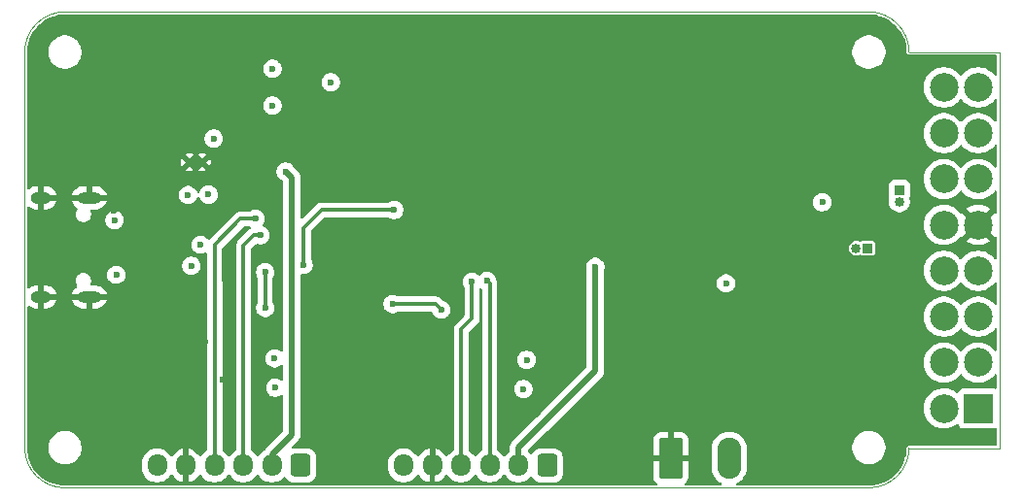
<source format=gbr>
%TF.GenerationSoftware,KiCad,Pcbnew,9.0.2-rc1-202504292220~4c561b3193~ubuntu24.04.1*%
%TF.CreationDate,2025-05-14T22:04:50-03:00*%
%TF.ProjectId,hardware,68617264-7761-4726-952e-6b696361645f,rev?*%
%TF.SameCoordinates,Original*%
%TF.FileFunction,Copper,L4,Bot*%
%TF.FilePolarity,Positive*%
%FSLAX46Y46*%
G04 Gerber Fmt 4.6, Leading zero omitted, Abs format (unit mm)*
G04 Created by KiCad (PCBNEW 9.0.2-rc1-202504292220~4c561b3193~ubuntu24.04.1) date 2025-05-14 22:04:50*
%MOMM*%
%LPD*%
G01*
G04 APERTURE LIST*
G04 Aperture macros list*
%AMRoundRect*
0 Rectangle with rounded corners*
0 $1 Rounding radius*
0 $2 $3 $4 $5 $6 $7 $8 $9 X,Y pos of 4 corners*
0 Add a 4 corners polygon primitive as box body*
4,1,4,$2,$3,$4,$5,$6,$7,$8,$9,$2,$3,0*
0 Add four circle primitives for the rounded corners*
1,1,$1+$1,$2,$3*
1,1,$1+$1,$4,$5*
1,1,$1+$1,$6,$7*
1,1,$1+$1,$8,$9*
0 Add four rect primitives between the rounded corners*
20,1,$1+$1,$2,$3,$4,$5,0*
20,1,$1+$1,$4,$5,$6,$7,0*
20,1,$1+$1,$6,$7,$8,$9,0*
20,1,$1+$1,$8,$9,$2,$3,0*%
G04 Aperture macros list end*
%TA.AperFunction,ComponentPad*%
%ADD10R,2.500000X2.500000*%
%TD*%
%TA.AperFunction,ComponentPad*%
%ADD11C,2.500000*%
%TD*%
%TA.AperFunction,ComponentPad*%
%ADD12RoundRect,0.250000X0.600000X0.725000X-0.600000X0.725000X-0.600000X-0.725000X0.600000X-0.725000X0*%
%TD*%
%TA.AperFunction,ComponentPad*%
%ADD13O,1.700000X1.950000*%
%TD*%
%TA.AperFunction,HeatsinkPad*%
%ADD14C,0.500000*%
%TD*%
%TA.AperFunction,HeatsinkPad*%
%ADD15R,1.600000X0.500000*%
%TD*%
%TA.AperFunction,ComponentPad*%
%ADD16O,2.100000X1.000000*%
%TD*%
%TA.AperFunction,ComponentPad*%
%ADD17O,1.800000X1.000000*%
%TD*%
%TA.AperFunction,ComponentPad*%
%ADD18R,0.850000X0.850000*%
%TD*%
%TA.AperFunction,ComponentPad*%
%ADD19O,0.850000X0.850000*%
%TD*%
%TA.AperFunction,ComponentPad*%
%ADD20RoundRect,0.249999X-0.790001X-1.550001X0.790001X-1.550001X0.790001X1.550001X-0.790001X1.550001X0*%
%TD*%
%TA.AperFunction,ComponentPad*%
%ADD21O,2.080000X3.600000*%
%TD*%
%TA.AperFunction,ViaPad*%
%ADD22C,0.600000*%
%TD*%
%TA.AperFunction,Conductor*%
%ADD23C,0.300000*%
%TD*%
%TA.AperFunction,Conductor*%
%ADD24C,0.500000*%
%TD*%
%TA.AperFunction,Conductor*%
%ADD25C,0.200000*%
%TD*%
%TA.AperFunction,Profile*%
%ADD26C,0.050000*%
%TD*%
G04 APERTURE END LIST*
D10*
%TO.P,J3,1,1*%
%TO.N,unconnected-(J3-Pad1)*%
X129525000Y-73075000D03*
D11*
%TO.P,J3,2,2*%
%TO.N,unconnected-(J3-Pad2)*%
X129525000Y-69075000D03*
%TO.P,J3,3,3*%
%TO.N,unconnected-(J3-Pad3)*%
X129525000Y-65075000D03*
%TO.P,J3,4,4*%
%TO.N,unconnected-(J3-Pad4)*%
X129525000Y-61075000D03*
%TO.P,J3,5,5*%
%TO.N,GND*%
X129525000Y-57075000D03*
%TO.P,J3,6,6*%
%TO.N,/CANH*%
X129525000Y-53075000D03*
%TO.P,J3,7,7*%
%TO.N,unconnected-(J3-Pad7)*%
X129525000Y-49075000D03*
%TO.P,J3,8,8*%
%TO.N,unconnected-(J3-Pad8)*%
X129525000Y-45075000D03*
%TO.P,J3,9,9*%
%TO.N,unconnected-(J3-Pad9)*%
X126525000Y-73075000D03*
%TO.P,J3,10,10*%
%TO.N,unconnected-(J3-Pad10)*%
X126525000Y-69075000D03*
%TO.P,J3,11,11*%
%TO.N,unconnected-(J3-Pad11)*%
X126525000Y-65075000D03*
%TO.P,J3,12,12*%
%TO.N,unconnected-(J3-Pad12)*%
X126525000Y-61075000D03*
%TO.P,J3,13,13*%
%TO.N,unconnected-(J3-Pad13)*%
X126525000Y-57075000D03*
%TO.P,J3,14,14*%
%TO.N,/CANL*%
X126525000Y-53075000D03*
%TO.P,J3,15,15*%
%TO.N,unconnected-(J3-Pad15)*%
X126525000Y-49075000D03*
%TO.P,J3,16,16*%
%TO.N,unconnected-(J3-Pad16)*%
X126525000Y-45075000D03*
%TD*%
D12*
%TO.P,J4,1,Pin_1*%
%TO.N,/MotorA-*%
X70530000Y-78050000D03*
D13*
%TO.P,J4,2,Pin_2*%
%TO.N,/3.3V*%
X68030000Y-78050000D03*
%TO.P,J4,3,Pin_3*%
%TO.N,/PulseA_01*%
X65530000Y-78050000D03*
%TO.P,J4,4,Pin_4*%
%TO.N,/PulseA_02*%
X63030000Y-78050000D03*
%TO.P,J4,5,Pin_5*%
%TO.N,GND*%
X60530000Y-78050000D03*
%TO.P,J4,6,Pin_6*%
%TO.N,/MotorA+*%
X58030000Y-78050000D03*
%TD*%
D14*
%TO.P,U4,7,PAD*%
%TO.N,GND*%
X61950000Y-51600000D03*
D15*
X61400000Y-51600000D03*
D14*
X60850000Y-51600000D03*
%TD*%
D16*
%TO.P,J1,S1,SHIELD*%
%TO.N,GND*%
X52125000Y-54720000D03*
D17*
X47925000Y-54720000D03*
D16*
X52125000Y-63360000D03*
D17*
X47925000Y-63360000D03*
%TD*%
D12*
%TO.P,J6,1,Pin_1*%
%TO.N,/MotorB-*%
X91990000Y-78050000D03*
D13*
%TO.P,J6,2,Pin_2*%
%TO.N,/3.3V*%
X89490000Y-78050000D03*
%TO.P,J6,3,Pin_3*%
%TO.N,/PulseB_01*%
X86990000Y-78050000D03*
%TO.P,J6,4,Pin_4*%
%TO.N,/PulseB_02*%
X84490000Y-78050000D03*
%TO.P,J6,5,Pin_5*%
%TO.N,GND*%
X81990000Y-78050000D03*
%TO.P,J6,6,Pin_6*%
%TO.N,/MotorB+*%
X79490000Y-78050000D03*
%TD*%
D18*
%TO.P,J5,1,Pin_1*%
%TO.N,/CANH*%
X122650000Y-54040000D03*
D19*
%TO.P,J5,2,Pin_2*%
%TO.N,/CANL*%
X122650000Y-55040000D03*
%TD*%
D18*
%TO.P,J2,1,Pin_1*%
%TO.N,Net-(J2-Pin_1)*%
X119900000Y-59100000D03*
D19*
%TO.P,J2,2,Pin_2*%
%TO.N,/CANL*%
X118900000Y-59100000D03*
%TD*%
D20*
%TO.P,J8,1,Pin_1*%
%TO.N,GND*%
X102760000Y-77422500D03*
D21*
%TO.P,J8,2,Pin_2*%
%TO.N,/V_Motor*%
X107840000Y-77422500D03*
%TD*%
D22*
%TO.N,GND*%
X81990000Y-76360000D03*
X72970000Y-69690000D03*
X60560000Y-76410000D03*
X72290000Y-64480000D03*
X101620000Y-67750000D03*
X64100000Y-52700000D03*
X82890000Y-67330000D03*
X114530000Y-76880000D03*
X57482500Y-72567500D03*
X59825000Y-58800000D03*
X65730000Y-52550000D03*
X86440000Y-51400000D03*
X122300000Y-62340000D03*
X84840000Y-52610000D03*
X111950000Y-49560000D03*
X89420000Y-74160000D03*
X78190000Y-42130000D03*
X80530000Y-51340000D03*
X86440000Y-49870000D03*
X62240000Y-67290000D03*
X70830000Y-52580000D03*
X48190000Y-64780000D03*
X54260000Y-66247500D03*
X54450000Y-62825000D03*
X122160000Y-67860000D03*
X116100000Y-53720000D03*
X49890000Y-48510000D03*
X119310000Y-51300000D03*
X52280302Y-53387676D03*
X49030000Y-51920000D03*
X47930000Y-53480000D03*
X53640000Y-75670000D03*
X83590000Y-47010000D03*
X51390556Y-65512763D03*
X84920000Y-47080000D03*
X67460000Y-74090000D03*
X83420000Y-52580000D03*
X49575000Y-69405000D03*
X61350000Y-44970000D03*
X97950000Y-41200000D03*
X55840000Y-46350000D03*
X63782500Y-70607500D03*
X67930000Y-41290000D03*
X81900000Y-52480000D03*
X91530000Y-42180000D03*
X109720000Y-72440000D03*
X85805000Y-70745000D03*
X58110000Y-60760000D03*
X81990000Y-46930000D03*
X112850000Y-41320000D03*
X80570000Y-49830000D03*
X116330000Y-46470000D03*
X79310000Y-72720000D03*
X53980000Y-73120000D03*
X107520000Y-64250000D03*
X120200000Y-48300000D03*
X54300000Y-55800000D03*
X86420000Y-48640000D03*
X80590000Y-48390000D03*
%TO.N,/5V*%
X62510000Y-54430000D03*
X60998739Y-60646382D03*
X61800000Y-58800000D03*
X54475000Y-61425000D03*
X54325000Y-56650000D03*
X60725000Y-54475000D03*
%TO.N,/3.3V*%
X69220000Y-52415000D03*
X107560300Y-62173766D03*
X115940000Y-55090000D03*
X62960000Y-49540000D03*
X96180000Y-60740000D03*
X68070000Y-46670000D03*
X68070000Y-43460000D03*
X73150000Y-44640000D03*
%TO.N,/GPIO0*%
X70780000Y-60550000D03*
X78670000Y-55770000D03*
%TO.N,/PulseA_02*%
X66600000Y-56550000D03*
%TO.N,/MotorA+*%
X68310000Y-71260000D03*
%TO.N,/MotorA-*%
X68270000Y-68710000D03*
%TO.N,/PulseA_01*%
X67010000Y-57975000D03*
%TO.N,/PulseB_01*%
X86760000Y-61960000D03*
%TO.N,/MotorB-*%
X90200000Y-68850000D03*
%TO.N,/PulseB_02*%
X85440000Y-62030000D03*
%TO.N,/MotorB+*%
X89930000Y-71390000D03*
%TO.N,/PWM_B1*%
X82780000Y-64470000D03*
X78540000Y-63970000D03*
%TO.N,/PWM_A1*%
X67450000Y-64310000D03*
X67440000Y-61195000D03*
%TD*%
D23*
%TO.N,/PulseA_01*%
X67010000Y-57975000D02*
X66475000Y-57975000D01*
X66475000Y-57975000D02*
X65550000Y-58900000D01*
X65550000Y-58900000D02*
X65550000Y-78030000D01*
X65550000Y-78030000D02*
X65530000Y-78050000D01*
%TO.N,/PulseB_02*%
X84490000Y-78050000D02*
X84500000Y-78040000D01*
X84500000Y-78040000D02*
X84500000Y-66200000D01*
X84500000Y-66200000D02*
X85440000Y-65260000D01*
X85440000Y-65260000D02*
X85440000Y-62030000D01*
%TO.N,/PulseB_01*%
X87000000Y-77067500D02*
X86990000Y-77077500D01*
X86990000Y-77077500D02*
X86990000Y-78050000D01*
X86990000Y-78050000D02*
X86990000Y-62190000D01*
X86990000Y-62190000D02*
X86760000Y-61960000D01*
D24*
%TO.N,/3.3V*%
X89490000Y-78050000D02*
X89500000Y-78040000D01*
X89500000Y-78040000D02*
X89500000Y-76490000D01*
X92051000Y-73971075D02*
X92051000Y-73939000D01*
X89500000Y-76490000D02*
X91579000Y-74411000D01*
X91579000Y-74411000D02*
X91611075Y-74411000D01*
X91611075Y-74411000D02*
X92051000Y-73971075D01*
X92051000Y-73939000D02*
X96180000Y-69810000D01*
X96180000Y-69810000D02*
X96180000Y-60740000D01*
%TO.N,GND*%
X81990000Y-78050000D02*
X81990000Y-76360000D01*
D23*
%TO.N,/PulseA_02*%
X66600000Y-56550000D02*
X65300000Y-56550000D01*
X65300000Y-56550000D02*
X63040000Y-58810000D01*
X63040000Y-58810000D02*
X63040000Y-62030000D01*
X63040000Y-62030000D02*
X63050000Y-62040000D01*
X63050000Y-62040000D02*
X63050000Y-78030000D01*
X63050000Y-78030000D02*
X63030000Y-78050000D01*
D24*
%TO.N,/3.3V*%
X68030000Y-78050000D02*
X68030000Y-77087500D01*
X68030000Y-77087500D02*
X69751000Y-75366500D01*
X69751000Y-75366500D02*
X69751000Y-52946000D01*
X69751000Y-52946000D02*
X69220000Y-52415000D01*
D25*
%TO.N,GND*%
X47925000Y-54720000D02*
X47925000Y-53485000D01*
X47925000Y-63360000D02*
X47925000Y-64515000D01*
X52125000Y-64765000D02*
X51390000Y-65500000D01*
X52125000Y-53535000D02*
X52270000Y-53390000D01*
X52125000Y-54720000D02*
X52125000Y-53535000D01*
X47925000Y-64515000D02*
X48190000Y-64780000D01*
X52125000Y-63360000D02*
X52125000Y-64765000D01*
X60550000Y-77067500D02*
X60550000Y-76420000D01*
D23*
%TO.N,/GPIO0*%
X70780000Y-60550000D02*
X70780000Y-57340000D01*
X72350000Y-55770000D02*
X78670000Y-55770000D01*
X70780000Y-57340000D02*
X72350000Y-55770000D01*
%TO.N,/PWM_B1*%
X82780000Y-64470000D02*
X82280000Y-63970000D01*
X82280000Y-63970000D02*
X78540000Y-63970000D01*
%TO.N,/PWM_A1*%
X67450000Y-64310000D02*
X67450000Y-61205000D01*
X67450000Y-61205000D02*
X67440000Y-61195000D01*
%TD*%
%TA.AperFunction,Conductor*%
%TO.N,GND*%
G36*
X66121518Y-57220185D02*
G01*
X66167273Y-57272989D01*
X66177217Y-57342147D01*
X66148192Y-57405703D01*
X66123370Y-57427602D01*
X66060328Y-57469724D01*
X65044726Y-58485326D01*
X64973534Y-58591874D01*
X64924499Y-58710255D01*
X64924497Y-58710261D01*
X64899500Y-58835928D01*
X64899500Y-76654566D01*
X64879815Y-76721605D01*
X64831802Y-76765047D01*
X64822183Y-76769948D01*
X64650213Y-76894890D01*
X64499894Y-77045209D01*
X64499890Y-77045214D01*
X64380318Y-77209793D01*
X64324989Y-77252459D01*
X64255375Y-77258438D01*
X64193580Y-77225833D01*
X64179682Y-77209793D01*
X64060109Y-77045214D01*
X64060105Y-77045209D01*
X63909790Y-76894894D01*
X63909785Y-76894890D01*
X63751615Y-76779973D01*
X63708949Y-76724643D01*
X63700500Y-76679655D01*
X63700500Y-61975929D01*
X63692883Y-61937639D01*
X63690500Y-61913446D01*
X63690500Y-59130808D01*
X63710185Y-59063769D01*
X63726819Y-59043127D01*
X65533127Y-57236819D01*
X65594450Y-57203334D01*
X65620808Y-57200500D01*
X66054479Y-57200500D01*
X66121518Y-57220185D01*
G37*
%TD.AperFunction*%
%TA.AperFunction,Conductor*%
G36*
X86283376Y-62604283D02*
G01*
X86284379Y-62604953D01*
X86329190Y-62658559D01*
X86339500Y-62708063D01*
X86339500Y-76665382D01*
X86319815Y-76732421D01*
X86285408Y-76766099D01*
X86286125Y-76767085D01*
X86110213Y-76894890D01*
X85959894Y-77045209D01*
X85959890Y-77045214D01*
X85840318Y-77209793D01*
X85784989Y-77252459D01*
X85715375Y-77258438D01*
X85653580Y-77225833D01*
X85639682Y-77209793D01*
X85520109Y-77045214D01*
X85520105Y-77045209D01*
X85369790Y-76894894D01*
X85369785Y-76894890D01*
X85201615Y-76772708D01*
X85158949Y-76717378D01*
X85150500Y-76672390D01*
X85150500Y-66520808D01*
X85170185Y-66453769D01*
X85186819Y-66433127D01*
X85945273Y-65674673D01*
X85945277Y-65674669D01*
X86016465Y-65568127D01*
X86065501Y-65449743D01*
X86090500Y-65324069D01*
X86090500Y-65195931D01*
X86090500Y-62707395D01*
X86110185Y-62640356D01*
X86162989Y-62594601D01*
X86232147Y-62584657D01*
X86283376Y-62604283D01*
G37*
%TD.AperFunction*%
%TA.AperFunction,Conductor*%
G36*
X120003243Y-38700669D02*
G01*
X120338405Y-38718235D01*
X120351313Y-38719592D01*
X120679587Y-38771585D01*
X120692270Y-38774280D01*
X121013332Y-38860309D01*
X121025665Y-38864316D01*
X121335971Y-38983432D01*
X121347807Y-38988701D01*
X121643977Y-39139607D01*
X121655191Y-39146083D01*
X121933943Y-39327106D01*
X121944444Y-39334735D01*
X122202749Y-39543907D01*
X122212394Y-39552592D01*
X122447407Y-39787605D01*
X122456092Y-39797250D01*
X122665264Y-40055555D01*
X122672893Y-40066056D01*
X122853913Y-40344802D01*
X122860399Y-40356035D01*
X123011293Y-40652182D01*
X123016572Y-40664039D01*
X123135681Y-40974329D01*
X123139692Y-40986673D01*
X123225717Y-41307723D01*
X123228415Y-41320419D01*
X123280407Y-41648686D01*
X123281764Y-41661594D01*
X123299330Y-41996756D01*
X123299500Y-42003246D01*
X123299500Y-42039882D01*
X123330024Y-42113574D01*
X123386426Y-42169976D01*
X123460118Y-42200500D01*
X123539882Y-42200500D01*
X131025500Y-42200500D01*
X131092539Y-42220185D01*
X131138294Y-42272989D01*
X131149500Y-42324500D01*
X131149500Y-43951287D01*
X131129815Y-44018326D01*
X131077011Y-44064081D01*
X131007853Y-44074025D01*
X130944297Y-44045000D01*
X130927125Y-44026774D01*
X130843918Y-43918338D01*
X130843911Y-43918330D01*
X130681670Y-43756089D01*
X130681661Y-43756081D01*
X130499617Y-43616392D01*
X130300890Y-43501657D01*
X130300876Y-43501650D01*
X130088887Y-43413842D01*
X129867238Y-43354452D01*
X129829215Y-43349446D01*
X129639741Y-43324500D01*
X129639734Y-43324500D01*
X129410266Y-43324500D01*
X129410258Y-43324500D01*
X129193715Y-43353009D01*
X129182762Y-43354452D01*
X129089076Y-43379554D01*
X128961112Y-43413842D01*
X128749123Y-43501650D01*
X128749109Y-43501657D01*
X128550382Y-43616392D01*
X128368338Y-43756081D01*
X128206081Y-43918338D01*
X128123375Y-44026122D01*
X128066947Y-44067325D01*
X127997201Y-44071479D01*
X127936281Y-44037266D01*
X127926625Y-44026122D01*
X127843918Y-43918338D01*
X127843911Y-43918330D01*
X127681670Y-43756089D01*
X127681661Y-43756081D01*
X127499617Y-43616392D01*
X127300890Y-43501657D01*
X127300876Y-43501650D01*
X127088887Y-43413842D01*
X126867238Y-43354452D01*
X126829215Y-43349446D01*
X126639741Y-43324500D01*
X126639734Y-43324500D01*
X126410266Y-43324500D01*
X126410258Y-43324500D01*
X126193715Y-43353009D01*
X126182762Y-43354452D01*
X126089076Y-43379554D01*
X125961112Y-43413842D01*
X125749123Y-43501650D01*
X125749109Y-43501657D01*
X125550382Y-43616392D01*
X125368338Y-43756081D01*
X125206081Y-43918338D01*
X125066392Y-44100382D01*
X124951657Y-44299109D01*
X124951650Y-44299123D01*
X124863842Y-44511112D01*
X124804453Y-44732759D01*
X124804451Y-44732770D01*
X124774500Y-44960258D01*
X124774500Y-45189741D01*
X124783986Y-45261789D01*
X124804452Y-45417238D01*
X124804453Y-45417240D01*
X124863842Y-45638887D01*
X124951650Y-45850876D01*
X124951657Y-45850890D01*
X125066392Y-46049617D01*
X125206081Y-46231661D01*
X125206089Y-46231670D01*
X125368330Y-46393911D01*
X125368338Y-46393918D01*
X125550382Y-46533607D01*
X125550385Y-46533608D01*
X125550388Y-46533611D01*
X125749112Y-46648344D01*
X125749117Y-46648346D01*
X125749123Y-46648349D01*
X125840480Y-46686190D01*
X125961113Y-46736158D01*
X126182762Y-46795548D01*
X126410266Y-46825500D01*
X126410273Y-46825500D01*
X126639727Y-46825500D01*
X126639734Y-46825500D01*
X126867238Y-46795548D01*
X127088887Y-46736158D01*
X127300888Y-46648344D01*
X127499612Y-46533611D01*
X127681661Y-46393919D01*
X127681665Y-46393914D01*
X127681670Y-46393911D01*
X127843910Y-46231670D01*
X127843919Y-46231661D01*
X127926626Y-46123875D01*
X127983052Y-46082675D01*
X128052799Y-46078520D01*
X128113719Y-46112733D01*
X128123366Y-46123865D01*
X128206081Y-46231661D01*
X128206085Y-46231665D01*
X128206089Y-46231670D01*
X128368330Y-46393911D01*
X128368338Y-46393918D01*
X128550382Y-46533607D01*
X128550385Y-46533608D01*
X128550388Y-46533611D01*
X128749112Y-46648344D01*
X128749117Y-46648346D01*
X128749123Y-46648349D01*
X128840480Y-46686190D01*
X128961113Y-46736158D01*
X129182762Y-46795548D01*
X129410266Y-46825500D01*
X129410273Y-46825500D01*
X129639727Y-46825500D01*
X129639734Y-46825500D01*
X129867238Y-46795548D01*
X130088887Y-46736158D01*
X130300888Y-46648344D01*
X130499612Y-46533611D01*
X130681661Y-46393919D01*
X130681665Y-46393914D01*
X130681670Y-46393911D01*
X130843910Y-46231670D01*
X130843919Y-46231661D01*
X130927127Y-46123222D01*
X130983552Y-46082023D01*
X131053298Y-46077868D01*
X131114219Y-46112081D01*
X131146971Y-46173798D01*
X131149500Y-46198712D01*
X131149500Y-47951287D01*
X131129815Y-48018326D01*
X131077011Y-48064081D01*
X131007853Y-48074025D01*
X130944297Y-48045000D01*
X130927125Y-48026774D01*
X130843918Y-47918338D01*
X130843911Y-47918330D01*
X130681670Y-47756089D01*
X130681661Y-47756081D01*
X130499617Y-47616392D01*
X130300890Y-47501657D01*
X130300876Y-47501650D01*
X130088887Y-47413842D01*
X129867238Y-47354452D01*
X129829215Y-47349446D01*
X129639741Y-47324500D01*
X129639734Y-47324500D01*
X129410266Y-47324500D01*
X129410258Y-47324500D01*
X129193715Y-47353009D01*
X129182762Y-47354452D01*
X129089691Y-47379390D01*
X128961112Y-47413842D01*
X128749123Y-47501650D01*
X128749109Y-47501657D01*
X128550382Y-47616392D01*
X128368338Y-47756081D01*
X128206081Y-47918338D01*
X128123375Y-48026122D01*
X128066947Y-48067325D01*
X127997201Y-48071479D01*
X127936281Y-48037266D01*
X127926625Y-48026122D01*
X127843918Y-47918338D01*
X127843911Y-47918330D01*
X127681670Y-47756089D01*
X127681661Y-47756081D01*
X127499617Y-47616392D01*
X127300890Y-47501657D01*
X127300876Y-47501650D01*
X127088887Y-47413842D01*
X126867238Y-47354452D01*
X126829215Y-47349446D01*
X126639741Y-47324500D01*
X126639734Y-47324500D01*
X126410266Y-47324500D01*
X126410258Y-47324500D01*
X126193715Y-47353009D01*
X126182762Y-47354452D01*
X126089691Y-47379390D01*
X125961112Y-47413842D01*
X125749123Y-47501650D01*
X125749109Y-47501657D01*
X125550382Y-47616392D01*
X125368338Y-47756081D01*
X125206081Y-47918338D01*
X125066392Y-48100382D01*
X124951657Y-48299109D01*
X124951650Y-48299123D01*
X124863842Y-48511112D01*
X124804453Y-48732759D01*
X124804451Y-48732770D01*
X124774500Y-48960258D01*
X124774500Y-49189741D01*
X124789873Y-49306503D01*
X124804452Y-49417238D01*
X124858471Y-49618842D01*
X124863842Y-49638887D01*
X124951650Y-49850876D01*
X124951657Y-49850890D01*
X125066392Y-50049617D01*
X125206081Y-50231661D01*
X125206089Y-50231670D01*
X125368330Y-50393911D01*
X125368338Y-50393918D01*
X125550382Y-50533607D01*
X125550385Y-50533608D01*
X125550388Y-50533611D01*
X125749112Y-50648344D01*
X125749117Y-50648346D01*
X125749123Y-50648349D01*
X125840480Y-50686190D01*
X125961113Y-50736158D01*
X126182762Y-50795548D01*
X126410266Y-50825500D01*
X126410273Y-50825500D01*
X126639727Y-50825500D01*
X126639734Y-50825500D01*
X126867238Y-50795548D01*
X127088887Y-50736158D01*
X127300888Y-50648344D01*
X127499612Y-50533611D01*
X127681661Y-50393919D01*
X127681665Y-50393914D01*
X127681670Y-50393911D01*
X127843910Y-50231670D01*
X127843919Y-50231661D01*
X127926626Y-50123875D01*
X127983052Y-50082675D01*
X128052799Y-50078520D01*
X128113719Y-50112733D01*
X128123366Y-50123865D01*
X128206081Y-50231661D01*
X128206085Y-50231665D01*
X128206089Y-50231670D01*
X128368330Y-50393911D01*
X128368338Y-50393918D01*
X128550382Y-50533607D01*
X128550385Y-50533608D01*
X128550388Y-50533611D01*
X128749112Y-50648344D01*
X128749117Y-50648346D01*
X128749123Y-50648349D01*
X128840480Y-50686190D01*
X128961113Y-50736158D01*
X129182762Y-50795548D01*
X129410266Y-50825500D01*
X129410273Y-50825500D01*
X129639727Y-50825500D01*
X129639734Y-50825500D01*
X129867238Y-50795548D01*
X130088887Y-50736158D01*
X130300888Y-50648344D01*
X130499612Y-50533611D01*
X130681661Y-50393919D01*
X130681665Y-50393914D01*
X130681670Y-50393911D01*
X130843910Y-50231670D01*
X130843919Y-50231661D01*
X130927127Y-50123222D01*
X130983552Y-50082023D01*
X131053298Y-50077868D01*
X131114219Y-50112081D01*
X131146971Y-50173798D01*
X131149500Y-50198712D01*
X131149500Y-51951287D01*
X131129815Y-52018326D01*
X131077011Y-52064081D01*
X131007853Y-52074025D01*
X130944297Y-52045000D01*
X130927125Y-52026774D01*
X130843918Y-51918338D01*
X130843911Y-51918330D01*
X130681670Y-51756089D01*
X130681661Y-51756081D01*
X130499617Y-51616392D01*
X130471223Y-51599999D01*
X130343275Y-51526128D01*
X130300890Y-51501657D01*
X130300876Y-51501650D01*
X130088887Y-51413842D01*
X130050491Y-51403554D01*
X129867238Y-51354452D01*
X129829215Y-51349446D01*
X129639741Y-51324500D01*
X129639734Y-51324500D01*
X129410266Y-51324500D01*
X129410258Y-51324500D01*
X129193715Y-51353009D01*
X129182762Y-51354452D01*
X129089076Y-51379554D01*
X128961112Y-51413842D01*
X128749123Y-51501650D01*
X128749109Y-51501657D01*
X128550382Y-51616392D01*
X128368338Y-51756081D01*
X128206081Y-51918338D01*
X128123375Y-52026122D01*
X128066947Y-52067325D01*
X127997201Y-52071479D01*
X127936281Y-52037266D01*
X127926625Y-52026122D01*
X127843918Y-51918338D01*
X127843911Y-51918330D01*
X127681670Y-51756089D01*
X127681661Y-51756081D01*
X127499617Y-51616392D01*
X127471223Y-51599999D01*
X127343275Y-51526128D01*
X127300890Y-51501657D01*
X127300876Y-51501650D01*
X127088887Y-51413842D01*
X127050491Y-51403554D01*
X126867238Y-51354452D01*
X126829215Y-51349446D01*
X126639741Y-51324500D01*
X126639734Y-51324500D01*
X126410266Y-51324500D01*
X126410258Y-51324500D01*
X126193715Y-51353009D01*
X126182762Y-51354452D01*
X126089076Y-51379554D01*
X125961112Y-51413842D01*
X125749123Y-51501650D01*
X125749109Y-51501657D01*
X125550382Y-51616392D01*
X125368338Y-51756081D01*
X125206081Y-51918338D01*
X125066392Y-52100382D01*
X124951657Y-52299109D01*
X124951650Y-52299123D01*
X124870994Y-52493846D01*
X124863842Y-52511113D01*
X124827031Y-52648497D01*
X124804453Y-52732759D01*
X124804451Y-52732770D01*
X124774500Y-52960258D01*
X124774500Y-53189741D01*
X124786630Y-53281871D01*
X124804452Y-53417238D01*
X124844615Y-53567129D01*
X124863842Y-53638887D01*
X124951650Y-53850876D01*
X124951657Y-53850890D01*
X125066392Y-54049617D01*
X125206081Y-54231661D01*
X125206089Y-54231670D01*
X125368330Y-54393911D01*
X125368338Y-54393918D01*
X125368339Y-54393919D01*
X125371257Y-54396158D01*
X125550382Y-54533607D01*
X125550385Y-54533608D01*
X125550388Y-54533611D01*
X125749112Y-54648344D01*
X125749117Y-54648346D01*
X125749123Y-54648349D01*
X125795998Y-54667765D01*
X125961113Y-54736158D01*
X126182762Y-54795548D01*
X126410266Y-54825500D01*
X126410273Y-54825500D01*
X126639727Y-54825500D01*
X126639734Y-54825500D01*
X126867238Y-54795548D01*
X127088887Y-54736158D01*
X127300888Y-54648344D01*
X127499612Y-54533611D01*
X127681661Y-54393919D01*
X127681665Y-54393914D01*
X127681670Y-54393911D01*
X127843910Y-54231670D01*
X127843919Y-54231661D01*
X127926626Y-54123875D01*
X127983052Y-54082675D01*
X128052799Y-54078520D01*
X128113719Y-54112733D01*
X128123366Y-54123865D01*
X128206081Y-54231661D01*
X128206085Y-54231665D01*
X128206089Y-54231670D01*
X128368330Y-54393911D01*
X128368338Y-54393918D01*
X128368339Y-54393919D01*
X128371257Y-54396158D01*
X128550382Y-54533607D01*
X128550385Y-54533608D01*
X128550388Y-54533611D01*
X128749112Y-54648344D01*
X128749117Y-54648346D01*
X128749123Y-54648349D01*
X128795998Y-54667765D01*
X128961113Y-54736158D01*
X129182762Y-54795548D01*
X129410266Y-54825500D01*
X129410273Y-54825500D01*
X129639727Y-54825500D01*
X129639734Y-54825500D01*
X129867238Y-54795548D01*
X130088887Y-54736158D01*
X130300888Y-54648344D01*
X130499612Y-54533611D01*
X130681661Y-54393919D01*
X130681665Y-54393914D01*
X130681670Y-54393911D01*
X130843910Y-54231670D01*
X130843919Y-54231661D01*
X130927127Y-54123222D01*
X130983552Y-54082023D01*
X131053298Y-54077868D01*
X131114219Y-54112081D01*
X131146971Y-54173798D01*
X131149500Y-54198712D01*
X131149500Y-55952106D01*
X131129815Y-56019145D01*
X131077011Y-56064900D01*
X131007853Y-56074844D01*
X130944297Y-56045819D01*
X130927124Y-56027593D01*
X130926618Y-56026934D01*
X130926617Y-56026934D01*
X130202577Y-56750973D01*
X130189641Y-56719742D01*
X130107563Y-56596903D01*
X130003097Y-56492437D01*
X129880258Y-56410359D01*
X129849023Y-56397421D01*
X130573064Y-55673381D01*
X130573064Y-55673380D01*
X130499331Y-55616805D01*
X130499324Y-55616799D01*
X130300669Y-55502106D01*
X130300659Y-55502102D01*
X130088730Y-55414318D01*
X129867137Y-55354942D01*
X129639710Y-55325001D01*
X129639694Y-55325000D01*
X129410306Y-55325000D01*
X129410289Y-55325001D01*
X129182862Y-55354942D01*
X128961269Y-55414318D01*
X128749340Y-55502102D01*
X128749330Y-55502106D01*
X128550673Y-55616801D01*
X128550659Y-55616810D01*
X128476934Y-55673380D01*
X129200975Y-56397421D01*
X129169742Y-56410359D01*
X129046903Y-56492437D01*
X128942437Y-56596903D01*
X128860359Y-56719742D01*
X128847421Y-56750975D01*
X128123380Y-56026934D01*
X128123112Y-56026951D01*
X128067262Y-56067733D01*
X127997516Y-56071888D01*
X127936596Y-56037676D01*
X127926939Y-56026531D01*
X127852814Y-55929931D01*
X127843919Y-55918339D01*
X127843918Y-55918338D01*
X127843911Y-55918330D01*
X127681670Y-55756089D01*
X127681661Y-55756081D01*
X127499617Y-55616392D01*
X127300890Y-55501657D01*
X127300876Y-55501650D01*
X127088887Y-55413842D01*
X126867238Y-55354452D01*
X126829215Y-55349446D01*
X126639741Y-55324500D01*
X126639734Y-55324500D01*
X126410266Y-55324500D01*
X126410258Y-55324500D01*
X126193715Y-55353009D01*
X126182762Y-55354452D01*
X126089076Y-55379554D01*
X125961112Y-55413842D01*
X125749123Y-55501650D01*
X125749109Y-55501657D01*
X125550382Y-55616392D01*
X125368338Y-55756081D01*
X125206081Y-55918338D01*
X125066392Y-56100382D01*
X124951657Y-56299109D01*
X124951650Y-56299123D01*
X124863842Y-56511112D01*
X124845221Y-56580609D01*
X124805503Y-56728842D01*
X124804453Y-56732759D01*
X124804451Y-56732770D01*
X124774500Y-56960258D01*
X124774500Y-57189741D01*
X124796837Y-57359397D01*
X124804452Y-57417238D01*
X124840855Y-57553097D01*
X124863842Y-57638887D01*
X124951650Y-57850876D01*
X124951657Y-57850890D01*
X125017896Y-57965620D01*
X125055218Y-58030264D01*
X125066392Y-58049617D01*
X125206081Y-58231661D01*
X125206089Y-58231670D01*
X125368330Y-58393911D01*
X125368338Y-58393918D01*
X125550382Y-58533607D01*
X125550385Y-58533608D01*
X125550388Y-58533611D01*
X125749112Y-58648344D01*
X125749117Y-58648346D01*
X125749123Y-58648349D01*
X125836134Y-58684390D01*
X125961113Y-58736158D01*
X126182762Y-58795548D01*
X126410266Y-58825500D01*
X126410273Y-58825500D01*
X126639727Y-58825500D01*
X126639734Y-58825500D01*
X126867238Y-58795548D01*
X127088887Y-58736158D01*
X127300888Y-58648344D01*
X127499612Y-58533611D01*
X127681661Y-58393919D01*
X127681665Y-58393914D01*
X127681670Y-58393911D01*
X127843911Y-58231670D01*
X127843916Y-58231664D01*
X127843919Y-58231661D01*
X127926940Y-58123466D01*
X127983366Y-58082265D01*
X128053112Y-58078110D01*
X128114032Y-58112322D01*
X128123337Y-58123061D01*
X128123381Y-58123064D01*
X128847421Y-57399024D01*
X128860359Y-57430258D01*
X128942437Y-57553097D01*
X129046903Y-57657563D01*
X129169742Y-57739641D01*
X129200974Y-57752578D01*
X128476934Y-58476617D01*
X128476934Y-58476618D01*
X128550666Y-58533194D01*
X128749330Y-58647893D01*
X128749340Y-58647897D01*
X128961269Y-58735681D01*
X129182862Y-58795057D01*
X129410289Y-58824998D01*
X129410306Y-58825000D01*
X129639694Y-58825000D01*
X129639710Y-58824998D01*
X129867137Y-58795057D01*
X130088730Y-58735681D01*
X130300659Y-58647897D01*
X130300668Y-58647893D01*
X130499327Y-58533197D01*
X130499334Y-58533192D01*
X130573064Y-58476617D01*
X129849025Y-57752578D01*
X129880258Y-57739641D01*
X130003097Y-57657563D01*
X130107563Y-57553097D01*
X130189641Y-57430258D01*
X130202578Y-57399025D01*
X130926617Y-58123064D01*
X130927124Y-58122405D01*
X130983552Y-58081202D01*
X131053298Y-58077047D01*
X131114218Y-58111259D01*
X131146971Y-58172976D01*
X131149500Y-58197891D01*
X131149500Y-59951287D01*
X131129815Y-60018326D01*
X131077011Y-60064081D01*
X131007853Y-60074025D01*
X130944297Y-60045000D01*
X130927125Y-60026774D01*
X130869201Y-59951287D01*
X130843919Y-59918339D01*
X130843918Y-59918338D01*
X130843911Y-59918330D01*
X130681670Y-59756089D01*
X130681661Y-59756081D01*
X130499617Y-59616392D01*
X130476821Y-59603231D01*
X130300888Y-59501656D01*
X130300876Y-59501650D01*
X130088887Y-59413842D01*
X129867238Y-59354452D01*
X129829215Y-59349446D01*
X129639741Y-59324500D01*
X129639734Y-59324500D01*
X129410266Y-59324500D01*
X129410258Y-59324500D01*
X129193715Y-59353009D01*
X129182762Y-59354452D01*
X129089076Y-59379554D01*
X128961112Y-59413842D01*
X128749123Y-59501650D01*
X128749109Y-59501657D01*
X128550382Y-59616392D01*
X128368338Y-59756081D01*
X128206081Y-59918338D01*
X128123375Y-60026122D01*
X128066947Y-60067325D01*
X127997201Y-60071479D01*
X127936281Y-60037266D01*
X127926625Y-60026122D01*
X127865264Y-59946156D01*
X127843919Y-59918339D01*
X127843918Y-59918338D01*
X127843911Y-59918330D01*
X127681670Y-59756089D01*
X127681661Y-59756081D01*
X127499617Y-59616392D01*
X127476821Y-59603231D01*
X127300888Y-59501656D01*
X127300876Y-59501650D01*
X127088887Y-59413842D01*
X126867238Y-59354452D01*
X126829215Y-59349446D01*
X126639741Y-59324500D01*
X126639734Y-59324500D01*
X126410266Y-59324500D01*
X126410258Y-59324500D01*
X126193715Y-59353009D01*
X126182762Y-59354452D01*
X126089076Y-59379554D01*
X125961112Y-59413842D01*
X125749123Y-59501650D01*
X125749109Y-59501657D01*
X125550382Y-59616392D01*
X125368338Y-59756081D01*
X125206081Y-59918338D01*
X125066392Y-60100382D01*
X124951657Y-60299109D01*
X124951650Y-60299123D01*
X124863842Y-60511112D01*
X124804453Y-60732759D01*
X124804451Y-60732770D01*
X124774500Y-60960258D01*
X124774500Y-61189741D01*
X124796360Y-61355772D01*
X124804452Y-61417238D01*
X124848285Y-61580827D01*
X124863842Y-61638887D01*
X124951650Y-61850876D01*
X124951657Y-61850890D01*
X125001742Y-61937639D01*
X125064757Y-62046786D01*
X125066392Y-62049617D01*
X125206081Y-62231661D01*
X125206089Y-62231670D01*
X125368330Y-62393911D01*
X125368338Y-62393918D01*
X125368339Y-62393919D01*
X125388217Y-62409172D01*
X125550382Y-62533607D01*
X125550385Y-62533608D01*
X125550388Y-62533611D01*
X125749112Y-62648344D01*
X125749117Y-62648346D01*
X125749123Y-62648349D01*
X125835323Y-62684054D01*
X125961113Y-62736158D01*
X126182762Y-62795548D01*
X126410266Y-62825500D01*
X126410273Y-62825500D01*
X126639727Y-62825500D01*
X126639734Y-62825500D01*
X126867238Y-62795548D01*
X127088887Y-62736158D01*
X127300888Y-62648344D01*
X127499612Y-62533611D01*
X127681661Y-62393919D01*
X127681665Y-62393914D01*
X127681670Y-62393911D01*
X127843910Y-62231670D01*
X127843919Y-62231661D01*
X127926626Y-62123875D01*
X127983052Y-62082675D01*
X128052799Y-62078520D01*
X128113719Y-62112733D01*
X128123366Y-62123865D01*
X128206081Y-62231661D01*
X128206085Y-62231665D01*
X128206089Y-62231670D01*
X128368330Y-62393911D01*
X128368338Y-62393918D01*
X128368339Y-62393919D01*
X128388217Y-62409172D01*
X128550382Y-62533607D01*
X128550385Y-62533608D01*
X128550388Y-62533611D01*
X128749112Y-62648344D01*
X128749117Y-62648346D01*
X128749123Y-62648349D01*
X128835323Y-62684054D01*
X128961113Y-62736158D01*
X129182762Y-62795548D01*
X129410266Y-62825500D01*
X129410273Y-62825500D01*
X129639727Y-62825500D01*
X129639734Y-62825500D01*
X129867238Y-62795548D01*
X130088887Y-62736158D01*
X130300888Y-62648344D01*
X130499612Y-62533611D01*
X130681661Y-62393919D01*
X130681665Y-62393914D01*
X130681670Y-62393911D01*
X130843910Y-62231670D01*
X130843919Y-62231661D01*
X130927127Y-62123222D01*
X130983552Y-62082023D01*
X131053298Y-62077868D01*
X131114219Y-62112081D01*
X131146971Y-62173798D01*
X131149500Y-62198712D01*
X131149500Y-63951287D01*
X131129815Y-64018326D01*
X131077011Y-64064081D01*
X131007853Y-64074025D01*
X130944297Y-64045000D01*
X130927125Y-64026774D01*
X130843918Y-63918338D01*
X130843911Y-63918330D01*
X130681670Y-63756089D01*
X130681661Y-63756081D01*
X130499617Y-63616392D01*
X130300890Y-63501657D01*
X130300876Y-63501650D01*
X130088887Y-63413842D01*
X130013099Y-63393535D01*
X129867238Y-63354452D01*
X129819826Y-63348210D01*
X129639741Y-63324500D01*
X129639734Y-63324500D01*
X129410266Y-63324500D01*
X129410258Y-63324500D01*
X129193715Y-63353009D01*
X129182762Y-63354452D01*
X129089076Y-63379554D01*
X128961112Y-63413842D01*
X128749123Y-63501650D01*
X128749109Y-63501657D01*
X128550382Y-63616392D01*
X128368338Y-63756081D01*
X128206081Y-63918338D01*
X128123375Y-64026122D01*
X128066947Y-64067325D01*
X127997201Y-64071479D01*
X127936281Y-64037266D01*
X127926625Y-64026122D01*
X127843918Y-63918338D01*
X127843911Y-63918330D01*
X127681670Y-63756089D01*
X127681661Y-63756081D01*
X127499617Y-63616392D01*
X127300890Y-63501657D01*
X127300876Y-63501650D01*
X127088887Y-63413842D01*
X127013099Y-63393535D01*
X126867238Y-63354452D01*
X126819826Y-63348210D01*
X126639741Y-63324500D01*
X126639734Y-63324500D01*
X126410266Y-63324500D01*
X126410258Y-63324500D01*
X126193715Y-63353009D01*
X126182762Y-63354452D01*
X126089076Y-63379554D01*
X125961112Y-63413842D01*
X125749123Y-63501650D01*
X125749109Y-63501657D01*
X125550382Y-63616392D01*
X125368338Y-63756081D01*
X125206081Y-63918338D01*
X125066392Y-64100382D01*
X124951657Y-64299109D01*
X124951650Y-64299123D01*
X124863842Y-64511112D01*
X124842226Y-64591786D01*
X124812293Y-64703501D01*
X124804453Y-64732759D01*
X124804451Y-64732770D01*
X124774500Y-64960258D01*
X124774500Y-65189741D01*
X124781083Y-65239738D01*
X124804452Y-65417238D01*
X124804453Y-65417240D01*
X124863842Y-65638887D01*
X124951650Y-65850876D01*
X124951657Y-65850890D01*
X125066392Y-66049617D01*
X125206081Y-66231661D01*
X125206089Y-66231670D01*
X125368330Y-66393911D01*
X125368338Y-66393918D01*
X125550382Y-66533607D01*
X125550385Y-66533608D01*
X125550388Y-66533611D01*
X125749112Y-66648344D01*
X125749117Y-66648346D01*
X125749123Y-66648349D01*
X125840480Y-66686190D01*
X125961113Y-66736158D01*
X126182762Y-66795548D01*
X126410266Y-66825500D01*
X126410273Y-66825500D01*
X126639727Y-66825500D01*
X126639734Y-66825500D01*
X126867238Y-66795548D01*
X127088887Y-66736158D01*
X127300888Y-66648344D01*
X127499612Y-66533611D01*
X127681661Y-66393919D01*
X127681665Y-66393914D01*
X127681670Y-66393911D01*
X127843910Y-66231670D01*
X127843919Y-66231661D01*
X127926626Y-66123875D01*
X127983052Y-66082675D01*
X128052799Y-66078520D01*
X128113719Y-66112733D01*
X128123366Y-66123865D01*
X128206081Y-66231661D01*
X128206085Y-66231665D01*
X128206089Y-66231670D01*
X128368330Y-66393911D01*
X128368338Y-66393918D01*
X128550382Y-66533607D01*
X128550385Y-66533608D01*
X128550388Y-66533611D01*
X128749112Y-66648344D01*
X128749117Y-66648346D01*
X128749123Y-66648349D01*
X128840480Y-66686190D01*
X128961113Y-66736158D01*
X129182762Y-66795548D01*
X129410266Y-66825500D01*
X129410273Y-66825500D01*
X129639727Y-66825500D01*
X129639734Y-66825500D01*
X129867238Y-66795548D01*
X130088887Y-66736158D01*
X130300888Y-66648344D01*
X130499612Y-66533611D01*
X130681661Y-66393919D01*
X130681665Y-66393914D01*
X130681670Y-66393911D01*
X130843910Y-66231670D01*
X130843919Y-66231661D01*
X130927127Y-66123222D01*
X130983552Y-66082023D01*
X131053298Y-66077868D01*
X131114219Y-66112081D01*
X131146971Y-66173798D01*
X131149500Y-66198712D01*
X131149500Y-67951287D01*
X131129815Y-68018326D01*
X131077011Y-68064081D01*
X131007853Y-68074025D01*
X130944297Y-68045000D01*
X130927125Y-68026774D01*
X130843918Y-67918338D01*
X130843911Y-67918330D01*
X130681670Y-67756089D01*
X130681661Y-67756081D01*
X130499617Y-67616392D01*
X130300890Y-67501657D01*
X130300876Y-67501650D01*
X130088887Y-67413842D01*
X129867238Y-67354452D01*
X129829215Y-67349446D01*
X129639741Y-67324500D01*
X129639734Y-67324500D01*
X129410266Y-67324500D01*
X129410258Y-67324500D01*
X129193715Y-67353009D01*
X129182762Y-67354452D01*
X129089076Y-67379554D01*
X128961112Y-67413842D01*
X128749123Y-67501650D01*
X128749109Y-67501657D01*
X128550382Y-67616392D01*
X128368338Y-67756081D01*
X128206081Y-67918338D01*
X128123375Y-68026122D01*
X128066947Y-68067325D01*
X127997201Y-68071479D01*
X127936281Y-68037266D01*
X127926625Y-68026122D01*
X127843918Y-67918338D01*
X127843911Y-67918330D01*
X127681670Y-67756089D01*
X127681661Y-67756081D01*
X127499617Y-67616392D01*
X127300890Y-67501657D01*
X127300876Y-67501650D01*
X127088887Y-67413842D01*
X126867238Y-67354452D01*
X126829215Y-67349446D01*
X126639741Y-67324500D01*
X126639734Y-67324500D01*
X126410266Y-67324500D01*
X126410258Y-67324500D01*
X126193715Y-67353009D01*
X126182762Y-67354452D01*
X126089076Y-67379554D01*
X125961112Y-67413842D01*
X125749123Y-67501650D01*
X125749109Y-67501657D01*
X125550382Y-67616392D01*
X125368338Y-67756081D01*
X125206081Y-67918338D01*
X125066392Y-68100382D01*
X124951657Y-68299109D01*
X124951650Y-68299123D01*
X124863842Y-68511112D01*
X124804453Y-68732759D01*
X124804451Y-68732770D01*
X124774500Y-68960258D01*
X124774500Y-69189741D01*
X124796954Y-69360288D01*
X124804452Y-69417238D01*
X124821199Y-69479738D01*
X124863842Y-69638887D01*
X124951650Y-69850876D01*
X124951656Y-69850888D01*
X125054438Y-70028913D01*
X125066392Y-70049617D01*
X125206081Y-70231661D01*
X125206089Y-70231670D01*
X125368330Y-70393911D01*
X125368338Y-70393918D01*
X125550382Y-70533607D01*
X125550385Y-70533608D01*
X125550388Y-70533611D01*
X125749112Y-70648344D01*
X125749117Y-70648346D01*
X125749123Y-70648349D01*
X125826989Y-70680602D01*
X125961113Y-70736158D01*
X126182762Y-70795548D01*
X126410266Y-70825500D01*
X126410273Y-70825500D01*
X126639727Y-70825500D01*
X126639734Y-70825500D01*
X126867238Y-70795548D01*
X127088887Y-70736158D01*
X127300888Y-70648344D01*
X127499612Y-70533611D01*
X127681661Y-70393919D01*
X127681665Y-70393914D01*
X127681670Y-70393911D01*
X127843910Y-70231670D01*
X127843919Y-70231661D01*
X127926626Y-70123875D01*
X127983052Y-70082675D01*
X128052799Y-70078520D01*
X128113719Y-70112733D01*
X128123366Y-70123865D01*
X128206081Y-70231661D01*
X128206085Y-70231665D01*
X128206089Y-70231670D01*
X128368330Y-70393911D01*
X128368338Y-70393918D01*
X128550382Y-70533607D01*
X128550385Y-70533608D01*
X128550388Y-70533611D01*
X128749112Y-70648344D01*
X128749117Y-70648346D01*
X128749123Y-70648349D01*
X128826989Y-70680602D01*
X128961113Y-70736158D01*
X129182762Y-70795548D01*
X129410266Y-70825500D01*
X129410273Y-70825500D01*
X129639727Y-70825500D01*
X129639734Y-70825500D01*
X129867238Y-70795548D01*
X130088887Y-70736158D01*
X130300888Y-70648344D01*
X130499612Y-70533611D01*
X130681661Y-70393919D01*
X130681665Y-70393914D01*
X130681670Y-70393911D01*
X130843910Y-70231670D01*
X130843919Y-70231661D01*
X130927127Y-70123222D01*
X130983552Y-70082023D01*
X131053298Y-70077868D01*
X131114219Y-70112081D01*
X131146971Y-70173798D01*
X131149500Y-70198712D01*
X131149500Y-71251906D01*
X131129815Y-71318945D01*
X131077011Y-71364700D01*
X131007853Y-71374644D01*
X130982167Y-71368088D01*
X130882482Y-71330908D01*
X130882483Y-71330908D01*
X130822883Y-71324501D01*
X130822881Y-71324500D01*
X130822873Y-71324500D01*
X130822864Y-71324500D01*
X128227129Y-71324500D01*
X128227123Y-71324501D01*
X128167516Y-71330908D01*
X128032671Y-71381202D01*
X128032664Y-71381206D01*
X127917455Y-71467452D01*
X127917452Y-71467455D01*
X127831206Y-71582664D01*
X127831202Y-71582671D01*
X127806252Y-71649567D01*
X127764381Y-71705501D01*
X127698916Y-71729918D01*
X127630643Y-71715066D01*
X127614584Y-71704610D01*
X127499616Y-71616392D01*
X127499615Y-71616391D01*
X127499612Y-71616389D01*
X127300888Y-71501656D01*
X127300876Y-71501650D01*
X127088887Y-71413842D01*
X126867238Y-71354452D01*
X126829215Y-71349446D01*
X126639741Y-71324500D01*
X126639734Y-71324500D01*
X126410266Y-71324500D01*
X126410258Y-71324500D01*
X126193715Y-71353009D01*
X126182762Y-71354452D01*
X126107404Y-71374644D01*
X125961112Y-71413842D01*
X125749123Y-71501650D01*
X125749109Y-71501657D01*
X125550382Y-71616392D01*
X125368338Y-71756081D01*
X125206081Y-71918338D01*
X125066392Y-72100382D01*
X124951657Y-72299109D01*
X124951650Y-72299123D01*
X124863842Y-72511112D01*
X124804453Y-72732759D01*
X124804451Y-72732770D01*
X124774500Y-72960258D01*
X124774500Y-73189741D01*
X124799446Y-73379215D01*
X124804452Y-73417238D01*
X124839246Y-73547092D01*
X124863842Y-73638887D01*
X124951650Y-73850876D01*
X124951657Y-73850890D01*
X125066392Y-74049617D01*
X125206081Y-74231661D01*
X125206089Y-74231670D01*
X125368330Y-74393911D01*
X125368338Y-74393918D01*
X125550382Y-74533607D01*
X125550385Y-74533608D01*
X125550388Y-74533611D01*
X125749112Y-74648344D01*
X125749117Y-74648346D01*
X125749123Y-74648349D01*
X125831678Y-74682544D01*
X125961113Y-74736158D01*
X126182762Y-74795548D01*
X126399312Y-74824057D01*
X126410250Y-74825498D01*
X126410266Y-74825500D01*
X126410273Y-74825500D01*
X126639727Y-74825500D01*
X126639734Y-74825500D01*
X126867238Y-74795548D01*
X127088887Y-74736158D01*
X127300888Y-74648344D01*
X127499612Y-74533611D01*
X127614583Y-74445389D01*
X127679752Y-74420195D01*
X127748197Y-74434233D01*
X127798187Y-74483047D01*
X127806252Y-74500432D01*
X127831202Y-74567328D01*
X127831206Y-74567335D01*
X127917452Y-74682544D01*
X127917455Y-74682547D01*
X128032664Y-74768793D01*
X128032671Y-74768797D01*
X128167517Y-74819091D01*
X128167516Y-74819091D01*
X128174444Y-74819835D01*
X128227127Y-74825500D01*
X130822872Y-74825499D01*
X130882483Y-74819091D01*
X130982168Y-74781910D01*
X131051858Y-74776927D01*
X131113181Y-74810412D01*
X131146666Y-74871735D01*
X131149500Y-74898093D01*
X131149500Y-76225500D01*
X131129815Y-76292539D01*
X131077011Y-76338294D01*
X131025500Y-76349500D01*
X123501422Y-76349500D01*
X123462629Y-76348946D01*
X123461236Y-76349500D01*
X123460117Y-76349500D01*
X123434239Y-76360218D01*
X123432605Y-76360881D01*
X123388515Y-76378411D01*
X123388514Y-76378411D01*
X123388508Y-76378414D01*
X123387167Y-76379716D01*
X123386426Y-76380024D01*
X123371807Y-76394641D01*
X123371142Y-76395288D01*
X123371110Y-76395321D01*
X123331307Y-76434003D01*
X123331307Y-76434004D01*
X123330444Y-76436005D01*
X123330024Y-76436426D01*
X123324159Y-76450582D01*
X123323781Y-76451461D01*
X123323779Y-76451462D01*
X123299734Y-76507248D01*
X123299733Y-76507250D01*
X123299733Y-76507253D01*
X123299698Y-76509637D01*
X123299500Y-76510118D01*
X123299500Y-76523554D01*
X123299487Y-76524464D01*
X123299209Y-76543901D01*
X123298951Y-76550327D01*
X123276960Y-76882185D01*
X123275445Y-76894957D01*
X123219746Y-77219565D01*
X123216916Y-77232111D01*
X123127895Y-77549195D01*
X123123781Y-77561381D01*
X123002393Y-77867543D01*
X122997039Y-77879237D01*
X122844592Y-78171178D01*
X122838059Y-78182248D01*
X122772462Y-78281287D01*
X122656185Y-78456839D01*
X122648536Y-78467178D01*
X122439209Y-78721439D01*
X122430531Y-78730931D01*
X122195987Y-78962148D01*
X122186372Y-78970690D01*
X121929141Y-79176368D01*
X121918693Y-79183868D01*
X121641545Y-79361793D01*
X121630376Y-79368171D01*
X121336288Y-79516433D01*
X121324518Y-79521619D01*
X121016648Y-79638623D01*
X121004406Y-79642563D01*
X120686080Y-79727047D01*
X120673494Y-79729697D01*
X120348126Y-79780754D01*
X120335334Y-79782086D01*
X120003216Y-79799333D01*
X119996785Y-79799500D01*
X108576201Y-79799500D01*
X108509162Y-79779815D01*
X108463407Y-79727011D01*
X108453463Y-79657853D01*
X108482488Y-79594297D01*
X108519906Y-79565015D01*
X108540058Y-79554746D01*
X108647398Y-79500054D01*
X108843569Y-79357528D01*
X109015028Y-79186069D01*
X109157554Y-78989898D01*
X109267638Y-78773847D01*
X109342568Y-78543235D01*
X109374495Y-78341657D01*
X109380500Y-78303745D01*
X109380500Y-76541254D01*
X109358186Y-76400369D01*
X109355884Y-76385837D01*
X118549500Y-76385837D01*
X118549500Y-76614162D01*
X118585215Y-76839660D01*
X118655770Y-77056803D01*
X118755679Y-77252884D01*
X118759421Y-77260228D01*
X118893621Y-77444937D01*
X119055063Y-77606379D01*
X119239772Y-77740579D01*
X119330818Y-77786969D01*
X119443196Y-77844229D01*
X119443198Y-77844229D01*
X119443201Y-77844231D01*
X119533371Y-77873529D01*
X119660339Y-77914784D01*
X119885838Y-77950500D01*
X119885843Y-77950500D01*
X120114162Y-77950500D01*
X120339660Y-77914784D01*
X120556799Y-77844231D01*
X120760228Y-77740579D01*
X120944937Y-77606379D01*
X121106379Y-77444937D01*
X121240579Y-77260228D01*
X121344231Y-77056799D01*
X121414784Y-76839660D01*
X121422377Y-76791720D01*
X121450500Y-76614162D01*
X121450500Y-76385837D01*
X121414784Y-76160339D01*
X121344229Y-75943196D01*
X121282745Y-75822528D01*
X121240579Y-75739772D01*
X121106379Y-75555063D01*
X120944937Y-75393621D01*
X120760228Y-75259421D01*
X120556803Y-75155770D01*
X120339660Y-75085215D01*
X120114162Y-75049500D01*
X120114157Y-75049500D01*
X119885843Y-75049500D01*
X119885838Y-75049500D01*
X119660339Y-75085215D01*
X119443196Y-75155770D01*
X119239771Y-75259421D01*
X119055061Y-75393622D01*
X118893622Y-75555061D01*
X118759421Y-75739771D01*
X118655770Y-75943196D01*
X118585215Y-76160339D01*
X118549500Y-76385837D01*
X109355884Y-76385837D01*
X109342568Y-76301764D01*
X109267639Y-76071155D01*
X109237285Y-76011582D01*
X109157554Y-75855102D01*
X109098525Y-75773855D01*
X109015033Y-75658937D01*
X109015028Y-75658931D01*
X108843567Y-75487470D01*
X108843562Y-75487466D01*
X108647401Y-75344948D01*
X108647400Y-75344947D01*
X108647398Y-75344946D01*
X108479547Y-75259421D01*
X108431344Y-75234860D01*
X108200736Y-75159932D01*
X107961245Y-75122000D01*
X107961240Y-75122000D01*
X107718760Y-75122000D01*
X107718755Y-75122000D01*
X107479263Y-75159932D01*
X107248655Y-75234860D01*
X107032598Y-75344948D01*
X106836437Y-75487466D01*
X106836432Y-75487470D01*
X106664972Y-75658931D01*
X106664966Y-75658937D01*
X106522448Y-75855098D01*
X106412360Y-76071155D01*
X106337432Y-76301763D01*
X106299500Y-76541254D01*
X106299500Y-78303745D01*
X106337432Y-78543236D01*
X106412360Y-78773844D01*
X106463261Y-78873741D01*
X106521530Y-78988101D01*
X106522448Y-78989901D01*
X106664966Y-79186062D01*
X106664970Y-79186067D01*
X106836432Y-79357529D01*
X106836437Y-79357533D01*
X106951106Y-79440844D01*
X107032602Y-79500054D01*
X107131647Y-79550520D01*
X107160094Y-79565015D01*
X107210890Y-79612990D01*
X107227685Y-79680811D01*
X107205147Y-79746946D01*
X107150432Y-79790397D01*
X107103799Y-79799500D01*
X104075101Y-79799500D01*
X104008062Y-79779815D01*
X103962307Y-79727011D01*
X103952363Y-79657853D01*
X103981388Y-79594297D01*
X104010002Y-79569962D01*
X104018345Y-79564815D01*
X104142316Y-79440844D01*
X104142319Y-79440840D01*
X104234354Y-79291630D01*
X104234359Y-79291619D01*
X104289505Y-79125197D01*
X104299999Y-79022486D01*
X104300000Y-79022473D01*
X104300000Y-77672500D01*
X103414121Y-77672500D01*
X103433099Y-77626682D01*
X103460000Y-77491444D01*
X103460000Y-77353556D01*
X103433099Y-77218318D01*
X103414121Y-77172500D01*
X104299999Y-77172500D01*
X104299999Y-75822528D01*
X104299998Y-75822513D01*
X104289505Y-75719803D01*
X104289505Y-75719801D01*
X104234359Y-75553380D01*
X104234354Y-75553369D01*
X104142319Y-75404159D01*
X104142316Y-75404155D01*
X104018344Y-75280183D01*
X104018340Y-75280180D01*
X103869130Y-75188145D01*
X103869119Y-75188140D01*
X103702697Y-75132994D01*
X103599986Y-75122500D01*
X103010000Y-75122500D01*
X103010000Y-76768379D01*
X102964182Y-76749401D01*
X102828944Y-76722500D01*
X102691056Y-76722500D01*
X102555818Y-76749401D01*
X102510000Y-76768379D01*
X102510000Y-75122500D01*
X101920028Y-75122500D01*
X101920012Y-75122501D01*
X101817303Y-75132994D01*
X101817301Y-75132994D01*
X101650880Y-75188140D01*
X101650869Y-75188145D01*
X101501659Y-75280180D01*
X101501655Y-75280183D01*
X101377683Y-75404155D01*
X101377680Y-75404159D01*
X101285645Y-75553369D01*
X101285640Y-75553380D01*
X101230494Y-75719802D01*
X101220000Y-75822513D01*
X101220000Y-77172500D01*
X102105879Y-77172500D01*
X102086901Y-77218318D01*
X102060000Y-77353556D01*
X102060000Y-77491444D01*
X102086901Y-77626682D01*
X102105879Y-77672500D01*
X101220001Y-77672500D01*
X101220001Y-79022486D01*
X101230494Y-79125196D01*
X101230494Y-79125198D01*
X101285640Y-79291619D01*
X101285645Y-79291630D01*
X101377680Y-79440840D01*
X101377683Y-79440844D01*
X101501654Y-79564815D01*
X101509998Y-79569962D01*
X101556721Y-79621911D01*
X101567942Y-79690874D01*
X101540098Y-79754956D01*
X101482028Y-79793811D01*
X101444899Y-79799500D01*
X50003246Y-79799500D01*
X49996756Y-79799330D01*
X49661594Y-79781764D01*
X49648686Y-79780407D01*
X49320419Y-79728415D01*
X49307723Y-79725717D01*
X48986673Y-79639692D01*
X48974329Y-79635681D01*
X48664039Y-79516572D01*
X48652182Y-79511293D01*
X48630124Y-79500054D01*
X48356029Y-79360395D01*
X48344802Y-79353913D01*
X48149108Y-79226828D01*
X48066056Y-79172893D01*
X48055555Y-79165264D01*
X47797250Y-78956092D01*
X47787605Y-78947407D01*
X47552592Y-78712394D01*
X47543907Y-78702749D01*
X47334735Y-78444444D01*
X47327106Y-78433943D01*
X47267175Y-78341657D01*
X47146083Y-78155191D01*
X47139607Y-78143977D01*
X46988701Y-77847807D01*
X46983432Y-77835971D01*
X46864316Y-77525665D01*
X46860307Y-77513326D01*
X46841982Y-77444937D01*
X46774280Y-77192270D01*
X46771584Y-77179580D01*
X46770415Y-77172200D01*
X46719592Y-76851313D01*
X46718235Y-76838405D01*
X46714647Y-76769951D01*
X46700670Y-76503243D01*
X46700500Y-76496753D01*
X46700500Y-76385837D01*
X48549500Y-76385837D01*
X48549500Y-76614162D01*
X48585215Y-76839660D01*
X48655770Y-77056803D01*
X48755679Y-77252884D01*
X48759421Y-77260228D01*
X48893621Y-77444937D01*
X49055063Y-77606379D01*
X49239772Y-77740579D01*
X49330818Y-77786969D01*
X49443196Y-77844229D01*
X49443198Y-77844229D01*
X49443201Y-77844231D01*
X49533371Y-77873529D01*
X49660339Y-77914784D01*
X49885838Y-77950500D01*
X49885843Y-77950500D01*
X50114162Y-77950500D01*
X50339660Y-77914784D01*
X50556799Y-77844231D01*
X50606881Y-77818713D01*
X56679500Y-77818713D01*
X56679500Y-78281286D01*
X56705341Y-78444444D01*
X56712754Y-78491243D01*
X56729647Y-78543235D01*
X56778444Y-78693414D01*
X56874951Y-78882820D01*
X56999890Y-79054786D01*
X57150213Y-79205109D01*
X57322179Y-79330048D01*
X57322181Y-79330049D01*
X57322184Y-79330051D01*
X57511588Y-79426557D01*
X57713757Y-79492246D01*
X57923713Y-79525500D01*
X57923714Y-79525500D01*
X58136286Y-79525500D01*
X58136287Y-79525500D01*
X58346243Y-79492246D01*
X58548412Y-79426557D01*
X58737816Y-79330051D01*
X58759789Y-79314086D01*
X58909786Y-79205109D01*
X58909788Y-79205106D01*
X58909792Y-79205104D01*
X59060104Y-79054792D01*
X59179991Y-78889779D01*
X59235320Y-78847115D01*
X59304933Y-78841136D01*
X59366729Y-78873741D01*
X59380627Y-78889781D01*
X59500272Y-79054459D01*
X59500276Y-79054464D01*
X59650535Y-79204723D01*
X59650540Y-79204727D01*
X59822442Y-79329620D01*
X60011782Y-79426095D01*
X60213871Y-79491757D01*
X60280000Y-79502231D01*
X60280000Y-78454145D01*
X60346657Y-78492630D01*
X60467465Y-78525000D01*
X60592535Y-78525000D01*
X60713343Y-78492630D01*
X60780000Y-78454145D01*
X60780000Y-79502230D01*
X60846126Y-79491757D01*
X60846129Y-79491757D01*
X61048217Y-79426095D01*
X61237557Y-79329620D01*
X61409459Y-79204727D01*
X61409464Y-79204723D01*
X61559721Y-79054466D01*
X61679371Y-78889781D01*
X61734701Y-78847115D01*
X61804314Y-78841136D01*
X61866110Y-78873741D01*
X61880008Y-78889781D01*
X61999890Y-79054785D01*
X61999894Y-79054790D01*
X62150213Y-79205109D01*
X62322179Y-79330048D01*
X62322181Y-79330049D01*
X62322184Y-79330051D01*
X62511588Y-79426557D01*
X62713757Y-79492246D01*
X62923713Y-79525500D01*
X62923714Y-79525500D01*
X63136286Y-79525500D01*
X63136287Y-79525500D01*
X63346243Y-79492246D01*
X63548412Y-79426557D01*
X63737816Y-79330051D01*
X63759789Y-79314086D01*
X63909786Y-79205109D01*
X63909788Y-79205106D01*
X63909792Y-79205104D01*
X64060104Y-79054792D01*
X64179683Y-78890204D01*
X64235011Y-78847540D01*
X64304624Y-78841561D01*
X64366420Y-78874166D01*
X64380313Y-78890199D01*
X64483925Y-79032809D01*
X64499896Y-79054792D01*
X64650213Y-79205109D01*
X64822179Y-79330048D01*
X64822181Y-79330049D01*
X64822184Y-79330051D01*
X65011588Y-79426557D01*
X65213757Y-79492246D01*
X65423713Y-79525500D01*
X65423714Y-79525500D01*
X65636286Y-79525500D01*
X65636287Y-79525500D01*
X65846243Y-79492246D01*
X66048412Y-79426557D01*
X66237816Y-79330051D01*
X66259789Y-79314086D01*
X66409786Y-79205109D01*
X66409788Y-79205106D01*
X66409792Y-79205104D01*
X66560104Y-79054792D01*
X66679683Y-78890204D01*
X66735011Y-78847540D01*
X66804624Y-78841561D01*
X66866420Y-78874166D01*
X66880313Y-78890199D01*
X66983925Y-79032809D01*
X66999896Y-79054792D01*
X67150213Y-79205109D01*
X67322179Y-79330048D01*
X67322181Y-79330049D01*
X67322184Y-79330051D01*
X67511588Y-79426557D01*
X67713757Y-79492246D01*
X67923713Y-79525500D01*
X67923714Y-79525500D01*
X68136286Y-79525500D01*
X68136287Y-79525500D01*
X68346243Y-79492246D01*
X68548412Y-79426557D01*
X68737816Y-79330051D01*
X68909792Y-79205104D01*
X69048604Y-79066291D01*
X69109923Y-79032809D01*
X69179615Y-79037793D01*
X69235549Y-79079664D01*
X69241821Y-79088878D01*
X69245185Y-79094333D01*
X69245186Y-79094334D01*
X69337288Y-79243656D01*
X69461344Y-79367712D01*
X69610666Y-79459814D01*
X69777203Y-79514999D01*
X69879991Y-79525500D01*
X71180008Y-79525499D01*
X71282797Y-79514999D01*
X71449334Y-79459814D01*
X71598656Y-79367712D01*
X71722712Y-79243656D01*
X71814814Y-79094334D01*
X71869999Y-78927797D01*
X71880500Y-78825009D01*
X71880499Y-77818713D01*
X78139500Y-77818713D01*
X78139500Y-78281286D01*
X78165341Y-78444444D01*
X78172754Y-78491243D01*
X78189647Y-78543235D01*
X78238444Y-78693414D01*
X78334951Y-78882820D01*
X78459890Y-79054786D01*
X78610213Y-79205109D01*
X78782179Y-79330048D01*
X78782181Y-79330049D01*
X78782184Y-79330051D01*
X78971588Y-79426557D01*
X79173757Y-79492246D01*
X79383713Y-79525500D01*
X79383714Y-79525500D01*
X79596286Y-79525500D01*
X79596287Y-79525500D01*
X79806243Y-79492246D01*
X80008412Y-79426557D01*
X80197816Y-79330051D01*
X80219789Y-79314086D01*
X80369786Y-79205109D01*
X80369788Y-79205106D01*
X80369792Y-79205104D01*
X80520104Y-79054792D01*
X80639991Y-78889779D01*
X80695320Y-78847115D01*
X80764933Y-78841136D01*
X80826729Y-78873741D01*
X80840627Y-78889781D01*
X80960272Y-79054459D01*
X80960276Y-79054464D01*
X81110535Y-79204723D01*
X81110540Y-79204727D01*
X81282442Y-79329620D01*
X81471782Y-79426095D01*
X81673871Y-79491757D01*
X81740000Y-79502231D01*
X81740000Y-78454145D01*
X81806657Y-78492630D01*
X81927465Y-78525000D01*
X82052535Y-78525000D01*
X82173343Y-78492630D01*
X82240000Y-78454145D01*
X82240000Y-79502230D01*
X82306126Y-79491757D01*
X82306129Y-79491757D01*
X82508217Y-79426095D01*
X82697557Y-79329620D01*
X82869459Y-79204727D01*
X82869464Y-79204723D01*
X83019721Y-79054466D01*
X83139371Y-78889781D01*
X83194701Y-78847115D01*
X83264314Y-78841136D01*
X83326110Y-78873741D01*
X83340008Y-78889781D01*
X83459890Y-79054785D01*
X83459894Y-79054790D01*
X83610213Y-79205109D01*
X83782179Y-79330048D01*
X83782181Y-79330049D01*
X83782184Y-79330051D01*
X83971588Y-79426557D01*
X84173757Y-79492246D01*
X84383713Y-79525500D01*
X84383714Y-79525500D01*
X84596286Y-79525500D01*
X84596287Y-79525500D01*
X84806243Y-79492246D01*
X85008412Y-79426557D01*
X85197816Y-79330051D01*
X85219789Y-79314086D01*
X85369786Y-79205109D01*
X85369788Y-79205106D01*
X85369792Y-79205104D01*
X85520104Y-79054792D01*
X85639683Y-78890204D01*
X85695011Y-78847540D01*
X85764624Y-78841561D01*
X85826420Y-78874166D01*
X85840313Y-78890199D01*
X85943925Y-79032809D01*
X85959896Y-79054792D01*
X86110213Y-79205109D01*
X86282179Y-79330048D01*
X86282181Y-79330049D01*
X86282184Y-79330051D01*
X86471588Y-79426557D01*
X86673757Y-79492246D01*
X86883713Y-79525500D01*
X86883714Y-79525500D01*
X87096286Y-79525500D01*
X87096287Y-79525500D01*
X87306243Y-79492246D01*
X87508412Y-79426557D01*
X87697816Y-79330051D01*
X87719789Y-79314086D01*
X87869786Y-79205109D01*
X87869788Y-79205106D01*
X87869792Y-79205104D01*
X88020104Y-79054792D01*
X88139683Y-78890204D01*
X88195011Y-78847540D01*
X88264624Y-78841561D01*
X88326420Y-78874166D01*
X88340313Y-78890199D01*
X88443925Y-79032809D01*
X88459896Y-79054792D01*
X88610213Y-79205109D01*
X88782179Y-79330048D01*
X88782181Y-79330049D01*
X88782184Y-79330051D01*
X88971588Y-79426557D01*
X89173757Y-79492246D01*
X89383713Y-79525500D01*
X89383714Y-79525500D01*
X89596286Y-79525500D01*
X89596287Y-79525500D01*
X89806243Y-79492246D01*
X90008412Y-79426557D01*
X90197816Y-79330051D01*
X90369792Y-79205104D01*
X90508604Y-79066291D01*
X90569923Y-79032809D01*
X90639615Y-79037793D01*
X90695549Y-79079664D01*
X90701821Y-79088878D01*
X90705185Y-79094333D01*
X90705186Y-79094334D01*
X90797288Y-79243656D01*
X90921344Y-79367712D01*
X91070666Y-79459814D01*
X91237203Y-79514999D01*
X91339991Y-79525500D01*
X92640008Y-79525499D01*
X92742797Y-79514999D01*
X92909334Y-79459814D01*
X93058656Y-79367712D01*
X93182712Y-79243656D01*
X93274814Y-79094334D01*
X93329999Y-78927797D01*
X93340500Y-78825009D01*
X93340499Y-77274992D01*
X93338851Y-77258863D01*
X93329999Y-77172203D01*
X93329998Y-77172200D01*
X93291759Y-77056803D01*
X93274814Y-77005666D01*
X93182712Y-76856344D01*
X93058656Y-76732288D01*
X92961545Y-76672390D01*
X92909336Y-76640187D01*
X92909331Y-76640185D01*
X92907862Y-76639698D01*
X92742797Y-76585001D01*
X92742795Y-76585000D01*
X92640010Y-76574500D01*
X91339998Y-76574500D01*
X91339981Y-76574501D01*
X91237203Y-76585000D01*
X91237200Y-76585001D01*
X91070668Y-76640185D01*
X91070663Y-76640187D01*
X90921342Y-76732289D01*
X90797289Y-76856342D01*
X90701821Y-77011121D01*
X90685069Y-77026187D01*
X90671790Y-77044383D01*
X90659594Y-77049100D01*
X90649873Y-77057845D01*
X90627637Y-77061463D01*
X90606626Y-77069592D01*
X90593816Y-77066967D01*
X90580910Y-77069068D01*
X90560245Y-77060089D01*
X90538179Y-77055568D01*
X90521547Y-77043274D01*
X90516828Y-77041224D01*
X90509670Y-77034761D01*
X90509127Y-77034231D01*
X90369792Y-76894896D01*
X90356416Y-76885178D01*
X90349969Y-76878885D01*
X90337087Y-76855959D01*
X90321027Y-76835129D01*
X90320241Y-76825979D01*
X90315743Y-76817973D01*
X90317301Y-76791720D01*
X90315052Y-76765515D01*
X90319338Y-76757391D01*
X90319883Y-76748226D01*
X90335385Y-76726985D01*
X90347662Y-76703722D01*
X90348831Y-76702536D01*
X91984196Y-75067170D01*
X92002972Y-75051759D01*
X92015804Y-75043186D01*
X92089491Y-74993952D01*
X92633952Y-74449491D01*
X92691755Y-74362979D01*
X92707167Y-74344199D01*
X96762952Y-70288416D01*
X96812186Y-70214729D01*
X96845084Y-70165495D01*
X96901658Y-70028913D01*
X96930500Y-69883918D01*
X96930500Y-62094919D01*
X106759800Y-62094919D01*
X106759800Y-62252612D01*
X106790561Y-62407255D01*
X106790564Y-62407267D01*
X106850902Y-62552938D01*
X106850909Y-62552951D01*
X106938510Y-62684054D01*
X106938513Y-62684058D01*
X107050007Y-62795552D01*
X107050011Y-62795555D01*
X107181114Y-62883156D01*
X107181127Y-62883163D01*
X107326798Y-62943501D01*
X107326803Y-62943503D01*
X107481453Y-62974265D01*
X107481456Y-62974266D01*
X107481458Y-62974266D01*
X107639144Y-62974266D01*
X107639145Y-62974265D01*
X107793797Y-62943503D01*
X107939479Y-62883160D01*
X108070589Y-62795555D01*
X108182089Y-62684055D01*
X108269694Y-62552945D01*
X108330037Y-62407263D01*
X108360800Y-62252608D01*
X108360800Y-62094924D01*
X108360800Y-62094921D01*
X108360799Y-62094919D01*
X108360630Y-62094069D01*
X108330037Y-61940269D01*
X108328948Y-61937639D01*
X108269697Y-61794593D01*
X108269690Y-61794580D01*
X108182089Y-61663477D01*
X108182086Y-61663473D01*
X108070592Y-61551979D01*
X108070588Y-61551976D01*
X107939485Y-61464375D01*
X107939472Y-61464368D01*
X107793801Y-61404030D01*
X107793789Y-61404027D01*
X107639145Y-61373266D01*
X107639142Y-61373266D01*
X107481458Y-61373266D01*
X107481455Y-61373266D01*
X107326810Y-61404027D01*
X107326798Y-61404030D01*
X107181127Y-61464368D01*
X107181114Y-61464375D01*
X107050011Y-61551976D01*
X107050007Y-61551979D01*
X106938513Y-61663473D01*
X106938510Y-61663477D01*
X106850909Y-61794580D01*
X106850902Y-61794593D01*
X106790564Y-61940264D01*
X106790561Y-61940276D01*
X106759800Y-62094919D01*
X96930500Y-62094919D01*
X96930500Y-61044604D01*
X96939939Y-60997151D01*
X96949737Y-60973497D01*
X96980500Y-60818842D01*
X96980500Y-60661158D01*
X96980500Y-60661155D01*
X96980499Y-60661153D01*
X96973208Y-60624500D01*
X96949737Y-60506503D01*
X96949735Y-60506498D01*
X96889397Y-60360827D01*
X96889390Y-60360814D01*
X96801789Y-60229711D01*
X96801786Y-60229707D01*
X96690292Y-60118213D01*
X96690288Y-60118210D01*
X96559185Y-60030609D01*
X96559172Y-60030602D01*
X96413501Y-59970264D01*
X96413489Y-59970261D01*
X96258845Y-59939500D01*
X96258842Y-59939500D01*
X96101158Y-59939500D01*
X96101155Y-59939500D01*
X95946510Y-59970261D01*
X95946498Y-59970264D01*
X95800827Y-60030602D01*
X95800814Y-60030609D01*
X95669711Y-60118210D01*
X95669707Y-60118213D01*
X95558213Y-60229707D01*
X95558210Y-60229711D01*
X95470609Y-60360814D01*
X95470602Y-60360827D01*
X95410264Y-60506498D01*
X95410261Y-60506510D01*
X95379500Y-60661153D01*
X95379500Y-60818846D01*
X95410261Y-60973489D01*
X95410263Y-60973497D01*
X95420061Y-60997151D01*
X95429500Y-61044604D01*
X95429500Y-69447770D01*
X95409815Y-69514809D01*
X95393181Y-69535451D01*
X91468049Y-73460582D01*
X91468045Y-73460586D01*
X91446618Y-73492657D01*
X91446616Y-73492661D01*
X91410245Y-73547092D01*
X91394825Y-73565880D01*
X91205882Y-73754823D01*
X91187097Y-73770241D01*
X91174274Y-73778810D01*
X91174269Y-73778813D01*
X91100583Y-73828047D01*
X91100580Y-73828050D01*
X88917049Y-76011582D01*
X88903685Y-76031584D01*
X88834913Y-76134508D01*
X88778343Y-76271082D01*
X88778340Y-76271092D01*
X88749500Y-76416079D01*
X88749500Y-76730513D01*
X88729815Y-76797552D01*
X88698385Y-76830831D01*
X88610214Y-76894890D01*
X88610209Y-76894894D01*
X88459894Y-77045209D01*
X88459890Y-77045214D01*
X88340318Y-77209793D01*
X88284989Y-77252459D01*
X88215375Y-77258438D01*
X88153580Y-77225833D01*
X88139682Y-77209793D01*
X88020109Y-77045214D01*
X88020105Y-77045209D01*
X87869786Y-76894890D01*
X87693875Y-76767085D01*
X87694851Y-76765740D01*
X87652834Y-76719295D01*
X87640500Y-76665382D01*
X87640500Y-71311153D01*
X89129500Y-71311153D01*
X89129500Y-71468846D01*
X89160261Y-71623489D01*
X89160264Y-71623501D01*
X89220602Y-71769172D01*
X89220609Y-71769185D01*
X89308210Y-71900288D01*
X89308213Y-71900292D01*
X89419707Y-72011786D01*
X89419711Y-72011789D01*
X89550814Y-72099390D01*
X89550827Y-72099397D01*
X89696498Y-72159735D01*
X89696503Y-72159737D01*
X89851153Y-72190499D01*
X89851156Y-72190500D01*
X89851158Y-72190500D01*
X90008844Y-72190500D01*
X90008845Y-72190499D01*
X90163497Y-72159737D01*
X90309179Y-72099394D01*
X90440289Y-72011789D01*
X90551789Y-71900289D01*
X90639394Y-71769179D01*
X90699737Y-71623497D01*
X90730500Y-71468842D01*
X90730500Y-71311158D01*
X90730500Y-71311155D01*
X90730499Y-71311153D01*
X90699738Y-71156510D01*
X90699737Y-71156503D01*
X90645888Y-71026498D01*
X90639397Y-71010827D01*
X90639390Y-71010814D01*
X90551789Y-70879711D01*
X90551786Y-70879707D01*
X90440292Y-70768213D01*
X90440288Y-70768210D01*
X90309185Y-70680609D01*
X90309172Y-70680602D01*
X90163501Y-70620264D01*
X90163489Y-70620261D01*
X90008845Y-70589500D01*
X90008842Y-70589500D01*
X89851158Y-70589500D01*
X89851155Y-70589500D01*
X89696510Y-70620261D01*
X89696498Y-70620264D01*
X89550827Y-70680602D01*
X89550814Y-70680609D01*
X89419711Y-70768210D01*
X89419707Y-70768213D01*
X89308213Y-70879707D01*
X89308210Y-70879711D01*
X89220609Y-71010814D01*
X89220602Y-71010827D01*
X89160264Y-71156498D01*
X89160261Y-71156510D01*
X89129500Y-71311153D01*
X87640500Y-71311153D01*
X87640500Y-68771153D01*
X89399500Y-68771153D01*
X89399500Y-68928846D01*
X89430261Y-69083489D01*
X89430264Y-69083501D01*
X89490602Y-69229172D01*
X89490609Y-69229185D01*
X89578210Y-69360288D01*
X89578213Y-69360292D01*
X89689707Y-69471786D01*
X89689711Y-69471789D01*
X89820814Y-69559390D01*
X89820827Y-69559397D01*
X89966498Y-69619735D01*
X89966503Y-69619737D01*
X90121153Y-69650499D01*
X90121156Y-69650500D01*
X90121158Y-69650500D01*
X90278844Y-69650500D01*
X90278845Y-69650499D01*
X90433497Y-69619737D01*
X90579179Y-69559394D01*
X90710289Y-69471789D01*
X90821789Y-69360289D01*
X90909394Y-69229179D01*
X90969737Y-69083497D01*
X91000500Y-68928842D01*
X91000500Y-68771158D01*
X91000500Y-68771155D01*
X91000499Y-68771153D01*
X90992864Y-68732770D01*
X90969737Y-68616503D01*
X90969735Y-68616498D01*
X90909397Y-68470827D01*
X90909390Y-68470814D01*
X90821789Y-68339711D01*
X90821786Y-68339707D01*
X90710292Y-68228213D01*
X90710288Y-68228210D01*
X90579185Y-68140609D01*
X90579172Y-68140602D01*
X90433501Y-68080264D01*
X90433489Y-68080261D01*
X90278845Y-68049500D01*
X90278842Y-68049500D01*
X90121158Y-68049500D01*
X90121155Y-68049500D01*
X89966510Y-68080261D01*
X89966498Y-68080264D01*
X89820827Y-68140602D01*
X89820814Y-68140609D01*
X89689711Y-68228210D01*
X89689707Y-68228213D01*
X89578213Y-68339707D01*
X89578210Y-68339711D01*
X89490609Y-68470814D01*
X89490602Y-68470827D01*
X89430264Y-68616498D01*
X89430261Y-68616510D01*
X89399500Y-68771153D01*
X87640500Y-68771153D01*
X87640500Y-62125928D01*
X87615502Y-62000261D01*
X87615501Y-62000260D01*
X87615501Y-62000256D01*
X87566465Y-61881873D01*
X87566463Y-61881870D01*
X87566461Y-61881865D01*
X87565858Y-61880736D01*
X87564996Y-61878329D01*
X87564134Y-61876246D01*
X87564236Y-61876203D01*
X87553602Y-61846480D01*
X87531021Y-61732959D01*
X87529737Y-61726503D01*
X87503631Y-61663477D01*
X87469397Y-61580827D01*
X87469390Y-61580814D01*
X87381789Y-61449711D01*
X87381786Y-61449707D01*
X87270292Y-61338213D01*
X87270288Y-61338210D01*
X87139185Y-61250609D01*
X87139172Y-61250602D01*
X86993501Y-61190264D01*
X86993489Y-61190261D01*
X86838845Y-61159500D01*
X86838842Y-61159500D01*
X86681158Y-61159500D01*
X86681155Y-61159500D01*
X86526510Y-61190261D01*
X86526498Y-61190264D01*
X86380827Y-61250602D01*
X86380814Y-61250609D01*
X86249711Y-61338210D01*
X86249707Y-61338213D01*
X86152681Y-61435240D01*
X86091358Y-61468725D01*
X86021666Y-61463741D01*
X85977319Y-61435240D01*
X85950292Y-61408213D01*
X85950288Y-61408210D01*
X85819185Y-61320609D01*
X85819172Y-61320602D01*
X85673501Y-61260264D01*
X85673489Y-61260261D01*
X85518845Y-61229500D01*
X85518842Y-61229500D01*
X85361158Y-61229500D01*
X85361155Y-61229500D01*
X85206510Y-61260261D01*
X85206498Y-61260264D01*
X85060827Y-61320602D01*
X85060814Y-61320609D01*
X84929711Y-61408210D01*
X84929707Y-61408213D01*
X84818213Y-61519707D01*
X84818210Y-61519711D01*
X84730609Y-61650814D01*
X84730602Y-61650827D01*
X84670264Y-61796498D01*
X84670261Y-61796510D01*
X84639500Y-61951153D01*
X84639500Y-62108846D01*
X84670261Y-62263489D01*
X84670264Y-62263501D01*
X84730602Y-62409172D01*
X84730606Y-62409179D01*
X84768602Y-62466044D01*
X84789480Y-62532721D01*
X84789500Y-62534935D01*
X84789500Y-64939191D01*
X84769815Y-65006230D01*
X84753181Y-65026872D01*
X83994727Y-65785325D01*
X83994724Y-65785328D01*
X83960556Y-65836464D01*
X83960557Y-65836465D01*
X83923534Y-65891874D01*
X83874499Y-66010255D01*
X83874497Y-66010261D01*
X83849500Y-66135928D01*
X83849500Y-76659662D01*
X83829815Y-76726701D01*
X83785798Y-76766527D01*
X83786336Y-76767404D01*
X83782184Y-76769948D01*
X83610213Y-76894890D01*
X83459894Y-77045209D01*
X83459890Y-77045214D01*
X83340008Y-77210218D01*
X83284678Y-77252884D01*
X83215065Y-77258863D01*
X83153270Y-77226257D01*
X83139372Y-77210218D01*
X83019727Y-77045540D01*
X83019723Y-77045535D01*
X82869464Y-76895276D01*
X82869459Y-76895272D01*
X82697557Y-76770379D01*
X82508215Y-76673903D01*
X82306124Y-76608241D01*
X82240000Y-76597768D01*
X82240000Y-77645854D01*
X82173343Y-77607370D01*
X82052535Y-77575000D01*
X81927465Y-77575000D01*
X81806657Y-77607370D01*
X81740000Y-77645854D01*
X81740000Y-76597768D01*
X81739999Y-76597768D01*
X81673875Y-76608241D01*
X81471784Y-76673903D01*
X81282442Y-76770379D01*
X81110540Y-76895272D01*
X81110535Y-76895276D01*
X80960276Y-77045535D01*
X80960272Y-77045540D01*
X80840627Y-77210218D01*
X80785297Y-77252884D01*
X80715684Y-77258863D01*
X80653889Y-77226257D01*
X80639991Y-77210218D01*
X80520109Y-77045214D01*
X80520105Y-77045209D01*
X80369786Y-76894890D01*
X80197820Y-76769951D01*
X80008414Y-76673444D01*
X80008413Y-76673443D01*
X80008412Y-76673443D01*
X79806243Y-76607754D01*
X79806241Y-76607753D01*
X79806240Y-76607753D01*
X79644957Y-76582208D01*
X79596287Y-76574500D01*
X79383713Y-76574500D01*
X79335042Y-76582208D01*
X79173760Y-76607753D01*
X78971585Y-76673444D01*
X78782179Y-76769951D01*
X78610213Y-76894890D01*
X78459890Y-77045213D01*
X78334951Y-77217179D01*
X78238444Y-77406585D01*
X78172753Y-77608760D01*
X78139500Y-77818713D01*
X71880499Y-77818713D01*
X71880499Y-77274992D01*
X71878851Y-77258863D01*
X71869999Y-77172203D01*
X71869998Y-77172200D01*
X71831759Y-77056803D01*
X71814814Y-77005666D01*
X71722712Y-76856344D01*
X71598656Y-76732288D01*
X71501545Y-76672390D01*
X71449336Y-76640187D01*
X71449331Y-76640185D01*
X71447862Y-76639698D01*
X71282797Y-76585001D01*
X71282795Y-76585000D01*
X71180016Y-76574500D01*
X69903728Y-76574500D01*
X69836689Y-76554815D01*
X69790934Y-76502011D01*
X69780990Y-76432853D01*
X69810015Y-76369297D01*
X69816033Y-76362833D01*
X70333952Y-75844915D01*
X70350505Y-75820140D01*
X70381433Y-75773855D01*
X70381435Y-75773850D01*
X70385116Y-75768342D01*
X70416084Y-75721995D01*
X70442206Y-75658931D01*
X70472659Y-75585412D01*
X70501500Y-75440417D01*
X70501500Y-75292582D01*
X70501500Y-63891153D01*
X77739500Y-63891153D01*
X77739500Y-64048846D01*
X77770261Y-64203489D01*
X77770264Y-64203501D01*
X77830602Y-64349172D01*
X77830609Y-64349185D01*
X77918210Y-64480288D01*
X77918213Y-64480292D01*
X78029707Y-64591786D01*
X78029711Y-64591789D01*
X78160814Y-64679390D01*
X78160827Y-64679397D01*
X78289683Y-64732770D01*
X78306503Y-64739737D01*
X78461153Y-64770499D01*
X78461156Y-64770500D01*
X78461158Y-64770500D01*
X78618844Y-64770500D01*
X78618845Y-64770499D01*
X78773497Y-64739737D01*
X78919179Y-64679394D01*
X78976044Y-64641397D01*
X79042721Y-64620520D01*
X79044935Y-64620500D01*
X81893122Y-64620500D01*
X81960161Y-64640185D01*
X82005916Y-64692989D01*
X82007784Y-64697930D01*
X82007932Y-64697869D01*
X82070602Y-64849172D01*
X82070609Y-64849185D01*
X82158210Y-64980288D01*
X82158213Y-64980292D01*
X82269707Y-65091786D01*
X82269711Y-65091789D01*
X82400814Y-65179390D01*
X82400827Y-65179397D01*
X82546498Y-65239735D01*
X82546503Y-65239737D01*
X82701153Y-65270499D01*
X82701156Y-65270500D01*
X82701158Y-65270500D01*
X82858844Y-65270500D01*
X82858845Y-65270499D01*
X83013497Y-65239737D01*
X83159179Y-65179394D01*
X83290289Y-65091789D01*
X83401789Y-64980289D01*
X83489394Y-64849179D01*
X83549737Y-64703497D01*
X83580500Y-64548842D01*
X83580500Y-64391158D01*
X83580500Y-64391155D01*
X83580499Y-64391153D01*
X83549738Y-64236510D01*
X83549737Y-64236503D01*
X83536062Y-64203489D01*
X83489397Y-64090827D01*
X83489390Y-64090814D01*
X83401789Y-63959711D01*
X83401786Y-63959707D01*
X83290292Y-63848213D01*
X83290288Y-63848210D01*
X83159185Y-63760609D01*
X83159172Y-63760602D01*
X83013501Y-63700264D01*
X83013489Y-63700261D01*
X82946420Y-63686920D01*
X82884509Y-63654535D01*
X82882930Y-63652984D01*
X82694674Y-63464727D01*
X82694673Y-63464726D01*
X82694669Y-63464723D01*
X82588127Y-63393535D01*
X82469744Y-63344499D01*
X82469738Y-63344497D01*
X82344071Y-63319500D01*
X82344069Y-63319500D01*
X79044935Y-63319500D01*
X78977896Y-63299815D01*
X78976090Y-63298633D01*
X78919179Y-63260606D01*
X78919172Y-63260602D01*
X78773501Y-63200264D01*
X78773489Y-63200261D01*
X78618845Y-63169500D01*
X78618842Y-63169500D01*
X78461158Y-63169500D01*
X78461155Y-63169500D01*
X78306510Y-63200261D01*
X78306498Y-63200264D01*
X78160827Y-63260602D01*
X78160814Y-63260609D01*
X78029711Y-63348210D01*
X78029707Y-63348213D01*
X77918213Y-63459707D01*
X77918210Y-63459711D01*
X77830609Y-63590814D01*
X77830602Y-63590827D01*
X77770264Y-63736498D01*
X77770261Y-63736510D01*
X77739500Y-63891153D01*
X70501500Y-63891153D01*
X70501500Y-61461880D01*
X70521185Y-61394841D01*
X70573989Y-61349086D01*
X70643147Y-61339142D01*
X70649692Y-61340263D01*
X70701155Y-61350500D01*
X70701158Y-61350500D01*
X70858844Y-61350500D01*
X70858845Y-61350499D01*
X71013497Y-61319737D01*
X71159179Y-61259394D01*
X71290289Y-61171789D01*
X71401789Y-61060289D01*
X71489394Y-60929179D01*
X71495389Y-60914707D01*
X71535096Y-60818844D01*
X71549737Y-60783497D01*
X71580500Y-60628842D01*
X71580500Y-60471158D01*
X71580500Y-60471155D01*
X71580499Y-60471153D01*
X71568908Y-60412880D01*
X71549737Y-60316503D01*
X71542538Y-60299123D01*
X71489397Y-60170828D01*
X71489396Y-60170827D01*
X71489394Y-60170821D01*
X71451396Y-60113953D01*
X71430520Y-60047276D01*
X71430500Y-60045064D01*
X71430500Y-59038389D01*
X118274500Y-59038389D01*
X118274500Y-59161610D01*
X118298535Y-59282444D01*
X118298538Y-59282454D01*
X118345687Y-59396283D01*
X118345692Y-59396292D01*
X118414141Y-59498732D01*
X118414144Y-59498736D01*
X118501263Y-59585855D01*
X118501267Y-59585858D01*
X118603707Y-59654307D01*
X118603713Y-59654310D01*
X118603714Y-59654311D01*
X118717548Y-59701463D01*
X118838389Y-59725499D01*
X118838393Y-59725500D01*
X118838394Y-59725500D01*
X118961607Y-59725500D01*
X118961608Y-59725499D01*
X119082452Y-59701463D01*
X119196286Y-59654311D01*
X119196285Y-59654311D01*
X119201914Y-59651980D01*
X119202805Y-59654132D01*
X119261074Y-59641997D01*
X119319272Y-59664294D01*
X119320293Y-59662767D01*
X119396769Y-59713867D01*
X119396770Y-59713868D01*
X119455247Y-59725499D01*
X119455250Y-59725500D01*
X119455252Y-59725500D01*
X120344750Y-59725500D01*
X120344751Y-59725499D01*
X120359568Y-59722552D01*
X120403229Y-59713868D01*
X120403229Y-59713867D01*
X120403231Y-59713867D01*
X120469552Y-59669552D01*
X120513867Y-59603231D01*
X120513867Y-59603229D01*
X120513868Y-59603229D01*
X120525499Y-59544752D01*
X120525500Y-59544750D01*
X120525500Y-58655249D01*
X120525499Y-58655247D01*
X120513868Y-58596770D01*
X120513867Y-58596769D01*
X120469552Y-58530447D01*
X120403230Y-58486132D01*
X120403229Y-58486131D01*
X120344752Y-58474500D01*
X120344748Y-58474500D01*
X119455252Y-58474500D01*
X119455247Y-58474500D01*
X119396770Y-58486131D01*
X119396769Y-58486132D01*
X119320293Y-58537233D01*
X119317837Y-58533558D01*
X119277265Y-58555616D01*
X119207583Y-58550502D01*
X119201942Y-58547951D01*
X119201914Y-58548020D01*
X119082454Y-58498538D01*
X119082455Y-58498538D01*
X119082452Y-58498537D01*
X119082448Y-58498536D01*
X119082444Y-58498535D01*
X118961610Y-58474500D01*
X118961606Y-58474500D01*
X118838394Y-58474500D01*
X118838389Y-58474500D01*
X118717555Y-58498535D01*
X118717545Y-58498538D01*
X118603716Y-58545687D01*
X118603707Y-58545692D01*
X118501267Y-58614141D01*
X118501263Y-58614144D01*
X118414144Y-58701263D01*
X118414141Y-58701267D01*
X118345692Y-58803707D01*
X118345687Y-58803716D01*
X118298538Y-58917545D01*
X118298535Y-58917555D01*
X118274500Y-59038389D01*
X71430500Y-59038389D01*
X71430500Y-57660808D01*
X71450185Y-57593769D01*
X71466819Y-57573127D01*
X72583127Y-56456819D01*
X72644450Y-56423334D01*
X72670808Y-56420500D01*
X78165065Y-56420500D01*
X78232104Y-56440185D01*
X78233909Y-56441366D01*
X78290821Y-56479394D01*
X78290823Y-56479395D01*
X78290827Y-56479397D01*
X78389715Y-56520357D01*
X78436503Y-56539737D01*
X78591153Y-56570499D01*
X78591156Y-56570500D01*
X78591158Y-56570500D01*
X78748844Y-56570500D01*
X78748845Y-56570499D01*
X78903497Y-56539737D01*
X79049179Y-56479394D01*
X79180289Y-56391789D01*
X79291789Y-56280289D01*
X79379394Y-56149179D01*
X79439737Y-56003497D01*
X79470500Y-55848842D01*
X79470500Y-55691158D01*
X79470500Y-55691155D01*
X79470499Y-55691153D01*
X79453599Y-55606192D01*
X79439737Y-55536503D01*
X79439735Y-55536498D01*
X79379397Y-55390827D01*
X79379390Y-55390814D01*
X79291789Y-55259711D01*
X79291786Y-55259707D01*
X79180292Y-55148213D01*
X79180288Y-55148210D01*
X79120361Y-55108168D01*
X79049185Y-55060609D01*
X79049172Y-55060602D01*
X78929790Y-55011153D01*
X115139500Y-55011153D01*
X115139500Y-55168846D01*
X115170261Y-55323489D01*
X115170264Y-55323501D01*
X115230602Y-55469172D01*
X115230609Y-55469185D01*
X115318210Y-55600288D01*
X115318213Y-55600292D01*
X115429707Y-55711786D01*
X115429711Y-55711789D01*
X115560814Y-55799390D01*
X115560827Y-55799397D01*
X115706498Y-55859735D01*
X115706503Y-55859737D01*
X115809699Y-55880264D01*
X115861153Y-55890499D01*
X115861156Y-55890500D01*
X115861158Y-55890500D01*
X116018844Y-55890500D01*
X116018845Y-55890499D01*
X116173497Y-55859737D01*
X116319179Y-55799394D01*
X116450289Y-55711789D01*
X116561789Y-55600289D01*
X116649394Y-55469179D01*
X116709737Y-55323497D01*
X116740500Y-55168842D01*
X116740500Y-55131156D01*
X121724499Y-55131156D01*
X121760065Y-55309952D01*
X121760068Y-55309962D01*
X121829831Y-55478387D01*
X121829833Y-55478391D01*
X121931113Y-55629967D01*
X121931119Y-55629975D01*
X122060024Y-55758880D01*
X122060032Y-55758886D01*
X122211608Y-55860166D01*
X122211612Y-55860168D01*
X122380037Y-55929931D01*
X122380042Y-55929933D01*
X122380046Y-55929933D01*
X122380047Y-55929934D01*
X122558843Y-55965500D01*
X122558846Y-55965500D01*
X122741156Y-55965500D01*
X122866322Y-55940602D01*
X122919958Y-55929933D01*
X123088389Y-55860167D01*
X123088391Y-55860166D01*
X123207977Y-55780261D01*
X123239972Y-55758883D01*
X123368883Y-55629972D01*
X123470167Y-55478389D01*
X123473980Y-55469185D01*
X123506439Y-55390821D01*
X123539933Y-55309958D01*
X123552907Y-55244735D01*
X123575500Y-55131156D01*
X123575500Y-54948843D01*
X123539934Y-54770046D01*
X123539933Y-54770043D01*
X123539933Y-54770042D01*
X123535174Y-54758555D01*
X123527703Y-54689088D01*
X123533548Y-54667776D01*
X123569091Y-54572483D01*
X123575500Y-54512873D01*
X123575499Y-53567128D01*
X123569091Y-53507517D01*
X123518796Y-53372669D01*
X123518795Y-53372668D01*
X123518793Y-53372664D01*
X123432547Y-53257455D01*
X123432544Y-53257452D01*
X123317335Y-53171206D01*
X123317328Y-53171202D01*
X123182482Y-53120908D01*
X123182483Y-53120908D01*
X123122883Y-53114501D01*
X123122881Y-53114500D01*
X123122873Y-53114500D01*
X123122864Y-53114500D01*
X122177129Y-53114500D01*
X122177123Y-53114501D01*
X122117516Y-53120908D01*
X121982671Y-53171202D01*
X121982664Y-53171206D01*
X121867455Y-53257452D01*
X121867452Y-53257455D01*
X121781206Y-53372664D01*
X121781202Y-53372671D01*
X121730908Y-53507517D01*
X121724501Y-53567116D01*
X121724501Y-53567123D01*
X121724500Y-53567135D01*
X121724500Y-54512870D01*
X121724501Y-54512876D01*
X121730908Y-54572483D01*
X121759203Y-54648344D01*
X121764856Y-54663501D01*
X121766447Y-54667765D01*
X121771431Y-54737456D01*
X121764828Y-54758545D01*
X121760069Y-54770034D01*
X121760065Y-54770047D01*
X121724500Y-54948843D01*
X121724500Y-54948846D01*
X121724500Y-55131154D01*
X121724500Y-55131156D01*
X121724499Y-55131156D01*
X116740500Y-55131156D01*
X116740500Y-55011158D01*
X116740500Y-55011155D01*
X116740499Y-55011153D01*
X116726403Y-54940288D01*
X116709737Y-54856503D01*
X116708774Y-54854179D01*
X116649397Y-54710827D01*
X116649390Y-54710814D01*
X116561789Y-54579711D01*
X116561786Y-54579707D01*
X116450292Y-54468213D01*
X116450288Y-54468210D01*
X116319185Y-54380609D01*
X116319172Y-54380602D01*
X116173501Y-54320264D01*
X116173489Y-54320261D01*
X116018845Y-54289500D01*
X116018842Y-54289500D01*
X115861158Y-54289500D01*
X115861155Y-54289500D01*
X115706510Y-54320261D01*
X115706498Y-54320264D01*
X115560827Y-54380602D01*
X115560814Y-54380609D01*
X115429711Y-54468210D01*
X115429707Y-54468213D01*
X115318213Y-54579707D01*
X115318210Y-54579711D01*
X115230609Y-54710814D01*
X115230602Y-54710827D01*
X115170264Y-54856498D01*
X115170261Y-54856510D01*
X115139500Y-55011153D01*
X78929790Y-55011153D01*
X78903501Y-55000264D01*
X78903489Y-55000261D01*
X78748845Y-54969500D01*
X78748842Y-54969500D01*
X78591158Y-54969500D01*
X78591155Y-54969500D01*
X78436510Y-55000261D01*
X78436498Y-55000264D01*
X78290827Y-55060602D01*
X78290820Y-55060606D01*
X78261928Y-55079911D01*
X78233955Y-55098602D01*
X78167279Y-55119480D01*
X78165065Y-55119500D01*
X72285929Y-55119500D01*
X72160261Y-55144497D01*
X72160255Y-55144499D01*
X72041870Y-55193535D01*
X71935331Y-55264722D01*
X71935324Y-55264728D01*
X70713181Y-56486872D01*
X70651858Y-56520357D01*
X70582166Y-56515373D01*
X70526233Y-56473501D01*
X70501816Y-56408037D01*
X70501500Y-56399191D01*
X70501500Y-52872079D01*
X70472659Y-52727092D01*
X70472658Y-52727091D01*
X70472658Y-52727087D01*
X70440102Y-52648489D01*
X70416087Y-52590511D01*
X70416080Y-52590498D01*
X70333952Y-52467585D01*
X70288980Y-52422613D01*
X70229416Y-52363049D01*
X69966072Y-52099705D01*
X69939191Y-52059473D01*
X69929397Y-52035828D01*
X69929396Y-52035826D01*
X69929394Y-52035821D01*
X69854694Y-51924024D01*
X69841789Y-51904710D01*
X69730292Y-51793213D01*
X69730288Y-51793210D01*
X69599185Y-51705609D01*
X69599172Y-51705602D01*
X69453501Y-51645264D01*
X69453489Y-51645261D01*
X69298845Y-51614500D01*
X69298842Y-51614500D01*
X69141158Y-51614500D01*
X69141155Y-51614500D01*
X68986510Y-51645261D01*
X68986498Y-51645264D01*
X68840827Y-51705602D01*
X68840814Y-51705609D01*
X68709711Y-51793210D01*
X68709707Y-51793213D01*
X68598213Y-51904707D01*
X68598210Y-51904711D01*
X68510609Y-52035814D01*
X68510602Y-52035827D01*
X68450264Y-52181498D01*
X68450261Y-52181510D01*
X68419500Y-52336153D01*
X68419500Y-52493846D01*
X68450261Y-52648489D01*
X68450264Y-52648501D01*
X68510602Y-52794172D01*
X68510609Y-52794185D01*
X68598210Y-52925288D01*
X68598213Y-52925292D01*
X68709710Y-53036789D01*
X68797315Y-53095324D01*
X68840821Y-53124394D01*
X68840826Y-53124396D01*
X68840828Y-53124397D01*
X68864473Y-53134191D01*
X68871406Y-53138823D01*
X68876451Y-53139921D01*
X68904705Y-53161072D01*
X68964181Y-53220548D01*
X68997666Y-53281871D01*
X69000500Y-53308229D01*
X69000500Y-68009059D01*
X68980815Y-68076098D01*
X68928011Y-68121853D01*
X68858853Y-68131797D01*
X68795297Y-68102772D01*
X68788819Y-68096740D01*
X68780292Y-68088213D01*
X68780288Y-68088210D01*
X68649185Y-68000609D01*
X68649172Y-68000602D01*
X68503501Y-67940264D01*
X68503489Y-67940261D01*
X68348845Y-67909500D01*
X68348842Y-67909500D01*
X68191158Y-67909500D01*
X68191155Y-67909500D01*
X68036510Y-67940261D01*
X68036498Y-67940264D01*
X67890827Y-68000602D01*
X67890814Y-68000609D01*
X67759711Y-68088210D01*
X67759707Y-68088213D01*
X67648213Y-68199707D01*
X67648210Y-68199711D01*
X67560609Y-68330814D01*
X67560602Y-68330827D01*
X67500264Y-68476498D01*
X67500261Y-68476510D01*
X67469500Y-68631153D01*
X67469500Y-68788846D01*
X67500261Y-68943489D01*
X67500264Y-68943501D01*
X67560602Y-69089172D01*
X67560609Y-69089185D01*
X67648210Y-69220288D01*
X67648213Y-69220292D01*
X67759707Y-69331786D01*
X67759711Y-69331789D01*
X67890814Y-69419390D01*
X67890827Y-69419397D01*
X68036498Y-69479735D01*
X68036503Y-69479737D01*
X68134008Y-69499132D01*
X68191153Y-69510499D01*
X68191156Y-69510500D01*
X68191158Y-69510500D01*
X68348844Y-69510500D01*
X68348845Y-69510499D01*
X68503497Y-69479737D01*
X68649179Y-69419394D01*
X68780289Y-69331789D01*
X68780292Y-69331786D01*
X68788819Y-69323260D01*
X68850142Y-69289775D01*
X68919834Y-69294759D01*
X68975767Y-69336631D01*
X69000184Y-69402095D01*
X69000500Y-69410941D01*
X69000500Y-70526636D01*
X68980815Y-70593675D01*
X68928011Y-70639430D01*
X68858853Y-70649374D01*
X68807609Y-70629738D01*
X68689185Y-70550609D01*
X68689172Y-70550602D01*
X68543501Y-70490264D01*
X68543489Y-70490261D01*
X68388845Y-70459500D01*
X68388842Y-70459500D01*
X68231158Y-70459500D01*
X68231155Y-70459500D01*
X68076510Y-70490261D01*
X68076498Y-70490264D01*
X67930827Y-70550602D01*
X67930814Y-70550609D01*
X67799711Y-70638210D01*
X67799707Y-70638213D01*
X67688213Y-70749707D01*
X67688210Y-70749711D01*
X67600609Y-70880814D01*
X67600602Y-70880827D01*
X67540264Y-71026498D01*
X67540261Y-71026510D01*
X67509500Y-71181153D01*
X67509500Y-71338846D01*
X67540261Y-71493489D01*
X67540264Y-71493501D01*
X67600602Y-71639172D01*
X67600609Y-71639185D01*
X67688210Y-71770288D01*
X67688213Y-71770292D01*
X67799707Y-71881786D01*
X67799711Y-71881789D01*
X67930814Y-71969390D01*
X67930827Y-71969397D01*
X68033165Y-72011786D01*
X68076503Y-72029737D01*
X68231153Y-72060499D01*
X68231156Y-72060500D01*
X68231158Y-72060500D01*
X68388844Y-72060500D01*
X68388845Y-72060499D01*
X68543497Y-72029737D01*
X68689179Y-71969394D01*
X68807610Y-71890260D01*
X68874286Y-71869383D01*
X68941666Y-71887867D01*
X68988357Y-71939846D01*
X69000500Y-71993363D01*
X69000500Y-75004270D01*
X68980815Y-75071309D01*
X68964181Y-75091951D01*
X67447047Y-76609084D01*
X67436635Y-76624668D01*
X67426267Y-76640186D01*
X67426266Y-76640188D01*
X67366508Y-76729620D01*
X67325521Y-76766052D01*
X67326346Y-76767398D01*
X67322194Y-76769942D01*
X67322185Y-76769948D01*
X67322184Y-76769949D01*
X67279627Y-76800868D01*
X67150207Y-76894896D01*
X66999894Y-77045209D01*
X66999890Y-77045214D01*
X66880318Y-77209793D01*
X66824989Y-77252459D01*
X66755375Y-77258438D01*
X66693580Y-77225833D01*
X66679682Y-77209793D01*
X66560109Y-77045214D01*
X66560105Y-77045209D01*
X66409790Y-76894894D01*
X66409785Y-76894890D01*
X66251615Y-76779973D01*
X66208949Y-76724643D01*
X66200500Y-76679655D01*
X66200500Y-61116153D01*
X66639500Y-61116153D01*
X66639500Y-61273846D01*
X66670261Y-61428489D01*
X66670264Y-61428501D01*
X66730602Y-61574172D01*
X66730609Y-61574184D01*
X66778602Y-61646010D01*
X66799480Y-61712687D01*
X66799500Y-61714901D01*
X66799500Y-63805064D01*
X66779815Y-63872103D01*
X66778603Y-63873954D01*
X66740608Y-63930817D01*
X66740602Y-63930828D01*
X66680264Y-64076498D01*
X66680261Y-64076510D01*
X66649500Y-64231153D01*
X66649500Y-64388846D01*
X66680261Y-64543489D01*
X66680264Y-64543501D01*
X66740602Y-64689172D01*
X66740609Y-64689185D01*
X66828210Y-64820288D01*
X66828213Y-64820292D01*
X66939707Y-64931786D01*
X66939711Y-64931789D01*
X67070814Y-65019390D01*
X67070827Y-65019397D01*
X67216498Y-65079735D01*
X67216503Y-65079737D01*
X67371153Y-65110499D01*
X67371156Y-65110500D01*
X67371158Y-65110500D01*
X67528844Y-65110500D01*
X67528845Y-65110499D01*
X67683497Y-65079737D01*
X67829179Y-65019394D01*
X67960289Y-64931789D01*
X68071789Y-64820289D01*
X68159394Y-64689179D01*
X68163448Y-64679393D01*
X68187833Y-64620520D01*
X68219737Y-64543497D01*
X68250500Y-64388842D01*
X68250500Y-64231158D01*
X68250500Y-64231155D01*
X68250499Y-64231153D01*
X68244996Y-64203489D01*
X68219737Y-64076503D01*
X68198869Y-64026122D01*
X68159397Y-63930828D01*
X68159396Y-63930827D01*
X68159394Y-63930821D01*
X68121396Y-63873953D01*
X68100520Y-63807276D01*
X68100500Y-63805064D01*
X68100500Y-61684968D01*
X68120185Y-61617929D01*
X68121398Y-61616077D01*
X68125445Y-61610020D01*
X68149394Y-61574179D01*
X68209737Y-61428497D01*
X68240500Y-61273842D01*
X68240500Y-61116158D01*
X68240500Y-61116155D01*
X68240499Y-61116153D01*
X68226509Y-61045821D01*
X68209737Y-60961503D01*
X68175929Y-60879883D01*
X68149397Y-60815827D01*
X68149390Y-60815814D01*
X68061789Y-60684711D01*
X68061786Y-60684707D01*
X67950292Y-60573213D01*
X67950288Y-60573210D01*
X67819185Y-60485609D01*
X67819172Y-60485602D01*
X67673501Y-60425264D01*
X67673489Y-60425261D01*
X67518845Y-60394500D01*
X67518842Y-60394500D01*
X67361158Y-60394500D01*
X67361155Y-60394500D01*
X67206510Y-60425261D01*
X67206498Y-60425264D01*
X67060827Y-60485602D01*
X67060814Y-60485609D01*
X66929711Y-60573210D01*
X66929707Y-60573213D01*
X66818213Y-60684707D01*
X66818210Y-60684711D01*
X66730609Y-60815814D01*
X66730602Y-60815827D01*
X66670264Y-60961498D01*
X66670261Y-60961510D01*
X66639500Y-61116153D01*
X66200500Y-61116153D01*
X66200500Y-59220807D01*
X66220185Y-59153768D01*
X66236815Y-59133130D01*
X66610936Y-58759008D01*
X66672257Y-58725525D01*
X66741948Y-58730509D01*
X66746061Y-58732127D01*
X66776503Y-58744737D01*
X66776506Y-58744737D01*
X66776511Y-58744739D01*
X66931153Y-58775499D01*
X66931156Y-58775500D01*
X66931158Y-58775500D01*
X67088844Y-58775500D01*
X67088845Y-58775499D01*
X67243497Y-58744737D01*
X67389179Y-58684394D01*
X67520289Y-58596789D01*
X67631789Y-58485289D01*
X67719394Y-58354179D01*
X67779737Y-58208497D01*
X67810500Y-58053842D01*
X67810500Y-57896158D01*
X67810500Y-57896155D01*
X67810499Y-57896153D01*
X67779737Y-57741503D01*
X67778966Y-57739641D01*
X67719397Y-57595827D01*
X67719390Y-57595814D01*
X67631789Y-57464711D01*
X67631786Y-57464707D01*
X67520292Y-57353213D01*
X67520288Y-57353210D01*
X67389185Y-57265609D01*
X67389172Y-57265602D01*
X67290218Y-57224615D01*
X67235814Y-57180775D01*
X67213749Y-57114480D01*
X67231028Y-57046781D01*
X67234547Y-57041195D01*
X67309394Y-56929179D01*
X67369737Y-56783497D01*
X67400500Y-56628842D01*
X67400500Y-56471158D01*
X67400500Y-56471155D01*
X67400499Y-56471153D01*
X67369738Y-56316510D01*
X67369737Y-56316503D01*
X67362538Y-56299123D01*
X67309397Y-56170827D01*
X67309390Y-56170814D01*
X67221789Y-56039711D01*
X67221786Y-56039707D01*
X67110292Y-55928213D01*
X67110288Y-55928210D01*
X66979185Y-55840609D01*
X66979172Y-55840602D01*
X66833501Y-55780264D01*
X66833489Y-55780261D01*
X66678845Y-55749500D01*
X66678842Y-55749500D01*
X66521158Y-55749500D01*
X66521155Y-55749500D01*
X66366510Y-55780261D01*
X66366498Y-55780264D01*
X66220827Y-55840602D01*
X66220820Y-55840606D01*
X66207510Y-55849500D01*
X66163955Y-55878602D01*
X66097279Y-55899480D01*
X66095065Y-55899500D01*
X65235929Y-55899500D01*
X65110261Y-55924497D01*
X65110251Y-55924500D01*
X65061220Y-55944810D01*
X64991881Y-55973530D01*
X64991863Y-55973540D01*
X64885332Y-56044721D01*
X64885325Y-56044727D01*
X62616169Y-58313884D01*
X62554846Y-58347369D01*
X62485154Y-58342385D01*
X62429221Y-58300513D01*
X62425385Y-58295093D01*
X62421787Y-58289708D01*
X62310292Y-58178213D01*
X62310288Y-58178210D01*
X62179185Y-58090609D01*
X62179172Y-58090602D01*
X62033501Y-58030264D01*
X62033489Y-58030261D01*
X61878845Y-57999500D01*
X61878842Y-57999500D01*
X61721158Y-57999500D01*
X61721155Y-57999500D01*
X61566510Y-58030261D01*
X61566498Y-58030264D01*
X61420827Y-58090602D01*
X61420814Y-58090609D01*
X61289711Y-58178210D01*
X61289707Y-58178213D01*
X61178213Y-58289707D01*
X61178210Y-58289711D01*
X61090609Y-58420814D01*
X61090602Y-58420827D01*
X61030264Y-58566498D01*
X61030261Y-58566510D01*
X60999500Y-58721153D01*
X60999500Y-58878846D01*
X61030261Y-59033489D01*
X61030264Y-59033501D01*
X61090602Y-59179172D01*
X61090609Y-59179185D01*
X61178210Y-59310288D01*
X61178213Y-59310292D01*
X61289707Y-59421786D01*
X61289711Y-59421789D01*
X61420814Y-59509390D01*
X61420827Y-59509397D01*
X61506183Y-59544752D01*
X61566503Y-59569737D01*
X61695152Y-59595327D01*
X61721153Y-59600499D01*
X61721156Y-59600500D01*
X61721158Y-59600500D01*
X61878844Y-59600500D01*
X61878845Y-59600499D01*
X62033497Y-59569737D01*
X62179179Y-59509394D01*
X62196608Y-59497747D01*
X62263285Y-59476870D01*
X62330666Y-59495354D01*
X62377356Y-59547332D01*
X62389500Y-59600850D01*
X62389500Y-62094070D01*
X62397117Y-62132360D01*
X62399500Y-62156553D01*
X62399500Y-76654566D01*
X62379815Y-76721605D01*
X62331802Y-76765047D01*
X62322183Y-76769948D01*
X62150213Y-76894890D01*
X61999894Y-77045209D01*
X61999890Y-77045214D01*
X61880008Y-77210218D01*
X61824678Y-77252884D01*
X61755065Y-77258863D01*
X61693270Y-77226257D01*
X61679372Y-77210218D01*
X61559727Y-77045540D01*
X61559723Y-77045535D01*
X61409464Y-76895276D01*
X61409459Y-76895272D01*
X61237557Y-76770379D01*
X61048215Y-76673903D01*
X60846124Y-76608241D01*
X60780000Y-76597768D01*
X60780000Y-77645854D01*
X60713343Y-77607370D01*
X60592535Y-77575000D01*
X60467465Y-77575000D01*
X60346657Y-77607370D01*
X60280000Y-77645854D01*
X60280000Y-76597768D01*
X60279999Y-76597768D01*
X60213875Y-76608241D01*
X60011784Y-76673903D01*
X59822442Y-76770379D01*
X59650540Y-76895272D01*
X59650535Y-76895276D01*
X59500276Y-77045535D01*
X59500272Y-77045540D01*
X59380627Y-77210218D01*
X59325297Y-77252884D01*
X59255684Y-77258863D01*
X59193889Y-77226257D01*
X59179991Y-77210218D01*
X59060109Y-77045214D01*
X59060105Y-77045209D01*
X58909786Y-76894890D01*
X58737820Y-76769951D01*
X58548414Y-76673444D01*
X58548413Y-76673443D01*
X58548412Y-76673443D01*
X58346243Y-76607754D01*
X58346241Y-76607753D01*
X58346240Y-76607753D01*
X58184957Y-76582208D01*
X58136287Y-76574500D01*
X57923713Y-76574500D01*
X57875042Y-76582208D01*
X57713760Y-76607753D01*
X57511585Y-76673444D01*
X57322179Y-76769951D01*
X57150213Y-76894890D01*
X56999890Y-77045213D01*
X56874951Y-77217179D01*
X56778444Y-77406585D01*
X56712753Y-77608760D01*
X56679500Y-77818713D01*
X50606881Y-77818713D01*
X50760228Y-77740579D01*
X50944937Y-77606379D01*
X51106379Y-77444937D01*
X51240579Y-77260228D01*
X51344231Y-77056799D01*
X51414784Y-76839660D01*
X51422377Y-76791720D01*
X51450500Y-76614162D01*
X51450500Y-76385837D01*
X51414784Y-76160339D01*
X51344229Y-75943196D01*
X51282745Y-75822528D01*
X51240579Y-75739772D01*
X51106379Y-75555063D01*
X50944937Y-75393621D01*
X50760228Y-75259421D01*
X50556803Y-75155770D01*
X50339660Y-75085215D01*
X50114162Y-75049500D01*
X50114157Y-75049500D01*
X49885843Y-75049500D01*
X49885838Y-75049500D01*
X49660339Y-75085215D01*
X49443196Y-75155770D01*
X49239771Y-75259421D01*
X49055061Y-75393622D01*
X48893622Y-75555061D01*
X48759421Y-75739771D01*
X48655770Y-75943196D01*
X48585215Y-76160339D01*
X48549500Y-76385837D01*
X46700500Y-76385837D01*
X46700500Y-64243764D01*
X46720185Y-64176725D01*
X46772989Y-64130970D01*
X46842147Y-64121026D01*
X46893391Y-64140662D01*
X47051316Y-64246185D01*
X47051328Y-64246192D01*
X47233306Y-64321569D01*
X47233318Y-64321572D01*
X47426504Y-64359999D01*
X47426508Y-64360000D01*
X47675000Y-64360000D01*
X47675000Y-63660000D01*
X48175000Y-63660000D01*
X48175000Y-64360000D01*
X48423492Y-64360000D01*
X48423495Y-64359999D01*
X48616681Y-64321572D01*
X48616693Y-64321569D01*
X48798671Y-64246192D01*
X48798684Y-64246185D01*
X48962462Y-64136751D01*
X48962466Y-64136748D01*
X49101748Y-63997466D01*
X49101751Y-63997462D01*
X49211185Y-63833684D01*
X49211192Y-63833671D01*
X49286569Y-63651692D01*
X49286569Y-63651690D01*
X49294862Y-63610000D01*
X48491988Y-63610000D01*
X48509205Y-63600060D01*
X48565060Y-63544205D01*
X48604556Y-63475796D01*
X48625000Y-63399496D01*
X48625000Y-63320504D01*
X48604556Y-63244204D01*
X48565060Y-63175795D01*
X48509205Y-63119940D01*
X48491988Y-63110000D01*
X49294862Y-63110000D01*
X50605138Y-63110000D01*
X51408012Y-63110000D01*
X51390795Y-63119940D01*
X51334940Y-63175795D01*
X51295444Y-63244204D01*
X51275000Y-63320504D01*
X51275000Y-63399496D01*
X51295444Y-63475796D01*
X51334940Y-63544205D01*
X51390795Y-63600060D01*
X51408012Y-63610000D01*
X50605138Y-63610000D01*
X50613430Y-63651690D01*
X50613430Y-63651692D01*
X50688807Y-63833671D01*
X50688814Y-63833684D01*
X50798248Y-63997462D01*
X50798251Y-63997466D01*
X50937533Y-64136748D01*
X50937537Y-64136751D01*
X51101315Y-64246185D01*
X51101328Y-64246192D01*
X51283306Y-64321569D01*
X51283318Y-64321572D01*
X51476504Y-64359999D01*
X51476508Y-64360000D01*
X51875000Y-64360000D01*
X51875000Y-63660000D01*
X52375000Y-63660000D01*
X52375000Y-64360000D01*
X52773492Y-64360000D01*
X52773495Y-64359999D01*
X52966681Y-64321572D01*
X52966693Y-64321569D01*
X53148671Y-64246192D01*
X53148684Y-64246185D01*
X53312462Y-64136751D01*
X53312466Y-64136748D01*
X53451748Y-63997466D01*
X53451751Y-63997462D01*
X53561185Y-63833684D01*
X53561192Y-63833671D01*
X53636569Y-63651692D01*
X53636569Y-63651690D01*
X53644862Y-63610000D01*
X52841988Y-63610000D01*
X52859205Y-63600060D01*
X52915060Y-63544205D01*
X52954556Y-63475796D01*
X52975000Y-63399496D01*
X52975000Y-63320504D01*
X52954556Y-63244204D01*
X52915060Y-63175795D01*
X52859205Y-63119940D01*
X52841988Y-63110000D01*
X53644862Y-63110000D01*
X53636569Y-63068309D01*
X53636569Y-63068307D01*
X53561192Y-62886328D01*
X53561185Y-62886315D01*
X53451751Y-62722537D01*
X53451748Y-62722533D01*
X53312466Y-62583251D01*
X53312462Y-62583248D01*
X53148684Y-62473814D01*
X53148671Y-62473807D01*
X52966693Y-62398430D01*
X52966681Y-62398427D01*
X52773495Y-62360000D01*
X52343622Y-62360000D01*
X52276583Y-62340315D01*
X52230828Y-62287511D01*
X52220884Y-62218353D01*
X52229059Y-62188551D01*
X52254540Y-62127036D01*
X52264191Y-62078520D01*
X52280500Y-61996533D01*
X52280500Y-61863466D01*
X52254541Y-61732969D01*
X52254540Y-61732968D01*
X52254540Y-61732964D01*
X52218523Y-61646010D01*
X52203623Y-61610038D01*
X52203622Y-61610037D01*
X52203620Y-61610031D01*
X52179661Y-61574174D01*
X52129698Y-61499398D01*
X52129692Y-61499390D01*
X52035609Y-61405307D01*
X52035601Y-61405301D01*
X51947079Y-61346153D01*
X53674500Y-61346153D01*
X53674500Y-61503846D01*
X53705261Y-61658489D01*
X53705264Y-61658501D01*
X53765602Y-61804172D01*
X53765609Y-61804185D01*
X53853210Y-61935288D01*
X53853213Y-61935292D01*
X53964707Y-62046786D01*
X53964711Y-62046789D01*
X54095814Y-62134390D01*
X54095827Y-62134397D01*
X54190951Y-62173798D01*
X54241503Y-62194737D01*
X54360228Y-62218353D01*
X54396153Y-62225499D01*
X54396156Y-62225500D01*
X54396158Y-62225500D01*
X54553844Y-62225500D01*
X54553845Y-62225499D01*
X54708497Y-62194737D01*
X54854179Y-62134394D01*
X54985289Y-62046789D01*
X55096789Y-61935289D01*
X55184394Y-61804179D01*
X55187574Y-61796503D01*
X55244735Y-61658501D01*
X55244737Y-61658497D01*
X55275500Y-61503842D01*
X55275500Y-61346158D01*
X55275500Y-61346155D01*
X55275499Y-61346153D01*
X55270417Y-61320606D01*
X55244737Y-61191503D01*
X55231481Y-61159500D01*
X55184397Y-61045827D01*
X55184390Y-61045814D01*
X55096789Y-60914711D01*
X55096786Y-60914707D01*
X54985292Y-60803213D01*
X54985288Y-60803210D01*
X54854185Y-60715609D01*
X54854172Y-60715602D01*
X54758584Y-60676009D01*
X54708501Y-60655264D01*
X54708489Y-60655261D01*
X54553845Y-60624500D01*
X54553842Y-60624500D01*
X54396158Y-60624500D01*
X54396155Y-60624500D01*
X54241510Y-60655261D01*
X54241498Y-60655264D01*
X54095827Y-60715602D01*
X54095814Y-60715609D01*
X53964711Y-60803210D01*
X53964707Y-60803213D01*
X53853213Y-60914707D01*
X53853210Y-60914711D01*
X53765609Y-61045814D01*
X53765602Y-61045827D01*
X53705264Y-61191498D01*
X53705261Y-61191510D01*
X53674500Y-61346153D01*
X51947079Y-61346153D01*
X51924979Y-61331386D01*
X51924972Y-61331382D01*
X51924969Y-61331380D01*
X51924965Y-61331378D01*
X51924961Y-61331376D01*
X51802040Y-61280461D01*
X51802030Y-61280458D01*
X51671533Y-61254500D01*
X51671531Y-61254500D01*
X51538469Y-61254500D01*
X51538467Y-61254500D01*
X51407969Y-61280458D01*
X51407959Y-61280461D01*
X51285038Y-61331376D01*
X51285020Y-61331386D01*
X51174398Y-61405301D01*
X51174390Y-61405307D01*
X51080307Y-61499390D01*
X51080301Y-61499398D01*
X51006386Y-61610020D01*
X51006376Y-61610038D01*
X50955461Y-61732959D01*
X50955458Y-61732969D01*
X50929500Y-61863466D01*
X50929500Y-61863469D01*
X50929500Y-61996531D01*
X50929500Y-61996533D01*
X50929499Y-61996533D01*
X50955458Y-62127030D01*
X50955461Y-62127040D01*
X51006376Y-62249961D01*
X51006383Y-62249974D01*
X51070195Y-62345475D01*
X51091073Y-62412153D01*
X51072588Y-62479533D01*
X51035984Y-62517468D01*
X50937537Y-62583248D01*
X50937533Y-62583251D01*
X50798251Y-62722533D01*
X50798248Y-62722537D01*
X50688814Y-62886315D01*
X50688807Y-62886328D01*
X50613430Y-63068307D01*
X50613430Y-63068309D01*
X50605138Y-63110000D01*
X49294862Y-63110000D01*
X49286569Y-63068309D01*
X49286569Y-63068307D01*
X49211192Y-62886328D01*
X49211185Y-62886315D01*
X49101751Y-62722537D01*
X49101748Y-62722533D01*
X48962466Y-62583251D01*
X48962462Y-62583248D01*
X48798684Y-62473814D01*
X48798671Y-62473807D01*
X48616693Y-62398430D01*
X48616681Y-62398427D01*
X48423495Y-62360000D01*
X48175000Y-62360000D01*
X48175000Y-63060000D01*
X47675000Y-63060000D01*
X47675000Y-62360000D01*
X47426504Y-62360000D01*
X47233318Y-62398427D01*
X47233306Y-62398430D01*
X47051328Y-62473807D01*
X47051315Y-62473814D01*
X46893391Y-62579337D01*
X46826714Y-62600215D01*
X46759333Y-62581731D01*
X46712643Y-62529752D01*
X46700500Y-62476235D01*
X46700500Y-60567535D01*
X60198239Y-60567535D01*
X60198239Y-60725228D01*
X60229000Y-60879871D01*
X60229003Y-60879883D01*
X60289341Y-61025554D01*
X60289348Y-61025567D01*
X60376949Y-61156670D01*
X60376952Y-61156674D01*
X60488446Y-61268168D01*
X60488450Y-61268171D01*
X60619553Y-61355772D01*
X60619566Y-61355779D01*
X60739134Y-61405305D01*
X60765242Y-61416119D01*
X60919892Y-61446881D01*
X60919895Y-61446882D01*
X60919897Y-61446882D01*
X61077583Y-61446882D01*
X61077584Y-61446881D01*
X61232236Y-61416119D01*
X61377918Y-61355776D01*
X61509028Y-61268171D01*
X61620528Y-61156671D01*
X61708133Y-61025561D01*
X61768476Y-60879879D01*
X61799239Y-60725224D01*
X61799239Y-60567540D01*
X61799239Y-60567537D01*
X61799238Y-60567535D01*
X61780067Y-60471158D01*
X61768476Y-60412885D01*
X61746908Y-60360814D01*
X61708136Y-60267209D01*
X61708129Y-60267196D01*
X61620528Y-60136093D01*
X61620525Y-60136089D01*
X61509031Y-60024595D01*
X61509027Y-60024592D01*
X61377924Y-59936991D01*
X61377911Y-59936984D01*
X61232240Y-59876646D01*
X61232228Y-59876643D01*
X61077584Y-59845882D01*
X61077581Y-59845882D01*
X60919897Y-59845882D01*
X60919894Y-59845882D01*
X60765249Y-59876643D01*
X60765237Y-59876646D01*
X60619566Y-59936984D01*
X60619553Y-59936991D01*
X60488450Y-60024592D01*
X60488446Y-60024595D01*
X60376952Y-60136089D01*
X60376949Y-60136093D01*
X60289348Y-60267196D01*
X60289341Y-60267209D01*
X60229003Y-60412880D01*
X60229000Y-60412892D01*
X60198239Y-60567535D01*
X46700500Y-60567535D01*
X46700500Y-55603764D01*
X46720185Y-55536725D01*
X46772989Y-55490970D01*
X46842147Y-55481026D01*
X46893391Y-55500662D01*
X47051316Y-55606185D01*
X47051328Y-55606192D01*
X47233306Y-55681569D01*
X47233318Y-55681572D01*
X47426504Y-55719999D01*
X47426508Y-55720000D01*
X47675000Y-55720000D01*
X47675000Y-55020000D01*
X48175000Y-55020000D01*
X48175000Y-55720000D01*
X48423492Y-55720000D01*
X48423495Y-55719999D01*
X48616681Y-55681572D01*
X48616693Y-55681569D01*
X48798671Y-55606192D01*
X48798684Y-55606185D01*
X48962462Y-55496751D01*
X48962466Y-55496748D01*
X49101748Y-55357466D01*
X49101751Y-55357462D01*
X49211185Y-55193684D01*
X49211192Y-55193671D01*
X49286569Y-55011692D01*
X49286569Y-55011690D01*
X49294862Y-54970000D01*
X48491988Y-54970000D01*
X48509205Y-54960060D01*
X48565060Y-54904205D01*
X48604556Y-54835796D01*
X48625000Y-54759496D01*
X48625000Y-54680504D01*
X48604556Y-54604204D01*
X48565060Y-54535795D01*
X48509205Y-54479940D01*
X48491988Y-54470000D01*
X49294862Y-54470000D01*
X50605138Y-54470000D01*
X51408012Y-54470000D01*
X51390795Y-54479940D01*
X51334940Y-54535795D01*
X51295444Y-54604204D01*
X51275000Y-54680504D01*
X51275000Y-54759496D01*
X51295444Y-54835796D01*
X51334940Y-54904205D01*
X51390795Y-54960060D01*
X51408012Y-54970000D01*
X50605138Y-54970000D01*
X50613430Y-55011690D01*
X50613430Y-55011692D01*
X50688807Y-55193671D01*
X50688814Y-55193684D01*
X50798248Y-55357462D01*
X50798251Y-55357466D01*
X50937533Y-55496748D01*
X50937537Y-55496751D01*
X51035983Y-55562531D01*
X51080788Y-55616143D01*
X51089495Y-55685468D01*
X51070195Y-55734522D01*
X51006385Y-55830022D01*
X51006376Y-55830038D01*
X50955461Y-55952959D01*
X50955458Y-55952969D01*
X50929500Y-56083466D01*
X50929500Y-56083469D01*
X50929500Y-56216531D01*
X50929500Y-56216533D01*
X50929499Y-56216533D01*
X50955458Y-56347030D01*
X50955461Y-56347040D01*
X51006376Y-56469961D01*
X51006386Y-56469979D01*
X51080301Y-56580601D01*
X51080307Y-56580609D01*
X51174390Y-56674692D01*
X51174398Y-56674698D01*
X51285020Y-56748613D01*
X51285023Y-56748614D01*
X51285031Y-56748620D01*
X51407964Y-56799540D01*
X51407968Y-56799540D01*
X51407969Y-56799541D01*
X51538466Y-56825500D01*
X51538469Y-56825500D01*
X51671533Y-56825500D01*
X51759325Y-56808035D01*
X51802036Y-56799540D01*
X51924969Y-56748620D01*
X52035606Y-56674695D01*
X52129695Y-56580606D01*
X52136011Y-56571153D01*
X53524500Y-56571153D01*
X53524500Y-56728846D01*
X53555261Y-56883489D01*
X53555264Y-56883501D01*
X53615602Y-57029172D01*
X53615609Y-57029185D01*
X53703210Y-57160288D01*
X53703213Y-57160292D01*
X53814707Y-57271786D01*
X53814711Y-57271789D01*
X53945814Y-57359390D01*
X53945827Y-57359397D01*
X54091498Y-57419735D01*
X54091503Y-57419737D01*
X54246153Y-57450499D01*
X54246156Y-57450500D01*
X54246158Y-57450500D01*
X54403844Y-57450500D01*
X54403845Y-57450499D01*
X54558497Y-57419737D01*
X54704179Y-57359394D01*
X54835289Y-57271789D01*
X54946789Y-57160289D01*
X55034394Y-57029179D01*
X55094737Y-56883497D01*
X55125500Y-56728842D01*
X55125500Y-56571158D01*
X55125500Y-56571155D01*
X55125499Y-56571153D01*
X55119250Y-56539737D01*
X55094737Y-56416503D01*
X55046117Y-56299123D01*
X55034397Y-56270827D01*
X55034390Y-56270814D01*
X54946789Y-56139711D01*
X54946786Y-56139707D01*
X54835292Y-56028213D01*
X54835288Y-56028210D01*
X54704185Y-55940609D01*
X54704172Y-55940602D01*
X54558501Y-55880264D01*
X54558489Y-55880261D01*
X54403845Y-55849500D01*
X54403842Y-55849500D01*
X54246158Y-55849500D01*
X54246155Y-55849500D01*
X54091510Y-55880261D01*
X54091498Y-55880264D01*
X53945827Y-55940602D01*
X53945814Y-55940609D01*
X53814711Y-56028210D01*
X53814707Y-56028213D01*
X53703213Y-56139707D01*
X53703210Y-56139711D01*
X53615609Y-56270814D01*
X53615602Y-56270827D01*
X53555264Y-56416498D01*
X53555261Y-56416510D01*
X53524500Y-56571153D01*
X52136011Y-56571153D01*
X52203620Y-56469969D01*
X52254540Y-56347036D01*
X52267817Y-56280289D01*
X52280500Y-56216533D01*
X52280500Y-56083466D01*
X52254541Y-55952969D01*
X52254540Y-55952968D01*
X52254540Y-55952964D01*
X52229060Y-55891451D01*
X52221592Y-55821984D01*
X52252867Y-55759504D01*
X52312956Y-55723852D01*
X52343622Y-55720000D01*
X52773492Y-55720000D01*
X52773495Y-55719999D01*
X52966681Y-55681572D01*
X52966693Y-55681569D01*
X53148671Y-55606192D01*
X53148684Y-55606185D01*
X53312462Y-55496751D01*
X53312466Y-55496748D01*
X53451748Y-55357466D01*
X53451751Y-55357462D01*
X53561185Y-55193684D01*
X53561192Y-55193671D01*
X53636569Y-55011692D01*
X53636569Y-55011690D01*
X53644862Y-54970000D01*
X52841988Y-54970000D01*
X52859205Y-54960060D01*
X52915060Y-54904205D01*
X52954556Y-54835796D01*
X52975000Y-54759496D01*
X52975000Y-54680504D01*
X52954556Y-54604204D01*
X52915060Y-54535795D01*
X52859205Y-54479940D01*
X52841988Y-54470000D01*
X53644862Y-54470000D01*
X53636569Y-54428308D01*
X53623250Y-54396153D01*
X59924500Y-54396153D01*
X59924500Y-54553846D01*
X59955261Y-54708489D01*
X59955264Y-54708501D01*
X60015602Y-54854172D01*
X60015609Y-54854185D01*
X60103210Y-54985288D01*
X60103213Y-54985292D01*
X60214707Y-55096786D01*
X60214711Y-55096789D01*
X60345814Y-55184390D01*
X60345827Y-55184397D01*
X60491498Y-55244735D01*
X60491503Y-55244737D01*
X60646153Y-55275499D01*
X60646156Y-55275500D01*
X60646158Y-55275500D01*
X60803844Y-55275500D01*
X60803845Y-55275499D01*
X60958497Y-55244737D01*
X61104179Y-55184394D01*
X61235289Y-55096789D01*
X61346789Y-54985289D01*
X61434394Y-54854179D01*
X61494737Y-54708497D01*
X61500803Y-54677999D01*
X61533186Y-54616090D01*
X61593900Y-54581514D01*
X61663670Y-54585252D01*
X61720343Y-54626117D01*
X61736982Y-54658263D01*
X61737932Y-54657870D01*
X61800602Y-54809172D01*
X61800609Y-54809185D01*
X61888210Y-54940288D01*
X61888213Y-54940292D01*
X61999707Y-55051786D01*
X61999711Y-55051789D01*
X62130814Y-55139390D01*
X62130827Y-55139397D01*
X62276498Y-55199735D01*
X62276503Y-55199737D01*
X62431153Y-55230499D01*
X62431156Y-55230500D01*
X62431158Y-55230500D01*
X62588844Y-55230500D01*
X62588845Y-55230499D01*
X62743497Y-55199737D01*
X62889179Y-55139394D01*
X63020289Y-55051789D01*
X63131789Y-54940289D01*
X63219394Y-54809179D01*
X63279737Y-54663497D01*
X63310500Y-54508842D01*
X63310500Y-54351158D01*
X63310500Y-54351155D01*
X63310499Y-54351153D01*
X63304355Y-54320264D01*
X63279737Y-54196503D01*
X63249655Y-54123877D01*
X63219397Y-54050827D01*
X63219390Y-54050814D01*
X63131789Y-53919711D01*
X63131786Y-53919707D01*
X63020292Y-53808213D01*
X63020288Y-53808210D01*
X62889185Y-53720609D01*
X62889172Y-53720602D01*
X62743501Y-53660264D01*
X62743489Y-53660261D01*
X62588845Y-53629500D01*
X62588842Y-53629500D01*
X62431158Y-53629500D01*
X62431155Y-53629500D01*
X62276510Y-53660261D01*
X62276498Y-53660264D01*
X62130827Y-53720602D01*
X62130814Y-53720609D01*
X61999711Y-53808210D01*
X61999707Y-53808213D01*
X61888213Y-53919707D01*
X61888210Y-53919711D01*
X61800609Y-54050814D01*
X61800602Y-54050827D01*
X61740264Y-54196498D01*
X61740261Y-54196508D01*
X61734196Y-54227001D01*
X61701811Y-54288912D01*
X61641095Y-54323486D01*
X61571325Y-54319745D01*
X61514654Y-54278879D01*
X61498020Y-54246735D01*
X61497068Y-54247130D01*
X61434397Y-54095827D01*
X61434390Y-54095814D01*
X61346789Y-53964711D01*
X61346786Y-53964707D01*
X61235292Y-53853213D01*
X61235288Y-53853210D01*
X61104185Y-53765609D01*
X61104172Y-53765602D01*
X60958501Y-53705264D01*
X60958489Y-53705261D01*
X60803845Y-53674500D01*
X60803842Y-53674500D01*
X60646158Y-53674500D01*
X60646155Y-53674500D01*
X60491510Y-53705261D01*
X60491498Y-53705264D01*
X60345827Y-53765602D01*
X60345814Y-53765609D01*
X60214711Y-53853210D01*
X60214707Y-53853213D01*
X60103213Y-53964707D01*
X60103210Y-53964711D01*
X60015609Y-54095814D01*
X60015602Y-54095827D01*
X59955264Y-54241498D01*
X59955261Y-54241510D01*
X59924500Y-54396153D01*
X53623250Y-54396153D01*
X53561192Y-54246328D01*
X53561185Y-54246315D01*
X53451751Y-54082537D01*
X53451748Y-54082533D01*
X53312466Y-53943251D01*
X53312462Y-53943248D01*
X53148684Y-53833814D01*
X53148671Y-53833807D01*
X52966693Y-53758430D01*
X52966681Y-53758427D01*
X52773495Y-53720000D01*
X52375000Y-53720000D01*
X52375000Y-54420000D01*
X51875000Y-54420000D01*
X51875000Y-53720000D01*
X51476504Y-53720000D01*
X51283318Y-53758427D01*
X51283306Y-53758430D01*
X51101328Y-53833807D01*
X51101315Y-53833814D01*
X50937537Y-53943248D01*
X50937533Y-53943251D01*
X50798251Y-54082533D01*
X50798248Y-54082537D01*
X50688814Y-54246315D01*
X50688807Y-54246328D01*
X50613430Y-54428307D01*
X50613430Y-54428309D01*
X50605138Y-54470000D01*
X49294862Y-54470000D01*
X49286569Y-54428309D01*
X49286569Y-54428307D01*
X49211192Y-54246328D01*
X49211185Y-54246315D01*
X49101751Y-54082537D01*
X49101748Y-54082533D01*
X48962466Y-53943251D01*
X48962462Y-53943248D01*
X48798684Y-53833814D01*
X48798671Y-53833807D01*
X48616693Y-53758430D01*
X48616681Y-53758427D01*
X48423495Y-53720000D01*
X48175000Y-53720000D01*
X48175000Y-54420000D01*
X47675000Y-54420000D01*
X47675000Y-53720000D01*
X47426504Y-53720000D01*
X47233318Y-53758427D01*
X47233306Y-53758430D01*
X47051328Y-53833807D01*
X47051315Y-53833814D01*
X46893391Y-53939337D01*
X46826714Y-53960215D01*
X46759333Y-53941731D01*
X46712643Y-53889752D01*
X46700500Y-53836235D01*
X46700500Y-52277577D01*
X60525975Y-52277577D01*
X60631236Y-52321178D01*
X60631240Y-52321179D01*
X60776126Y-52349999D01*
X60776129Y-52350000D01*
X60923871Y-52350000D01*
X60923873Y-52349999D01*
X61068760Y-52321179D01*
X61068775Y-52321175D01*
X61174024Y-52277578D01*
X61174024Y-52277577D01*
X61625975Y-52277577D01*
X61731236Y-52321178D01*
X61731240Y-52321179D01*
X61876126Y-52349999D01*
X61876129Y-52350000D01*
X62023871Y-52350000D01*
X62023873Y-52349999D01*
X62168760Y-52321179D01*
X62168775Y-52321175D01*
X62274024Y-52277578D01*
X62274024Y-52277577D01*
X61950001Y-51953554D01*
X61950000Y-51953554D01*
X61625975Y-52277577D01*
X61174024Y-52277577D01*
X60850001Y-51953554D01*
X60850000Y-51953554D01*
X60525975Y-52277577D01*
X46700500Y-52277577D01*
X46700500Y-51526126D01*
X60100000Y-51526126D01*
X60100000Y-51673873D01*
X60128820Y-51818759D01*
X60128822Y-51818767D01*
X60172421Y-51924024D01*
X60496446Y-51600000D01*
X60496446Y-51599999D01*
X60476556Y-51580109D01*
X60750000Y-51580109D01*
X60750000Y-51619891D01*
X60765224Y-51656645D01*
X60793355Y-51684776D01*
X60830109Y-51700000D01*
X60869891Y-51700000D01*
X60906645Y-51684776D01*
X60934776Y-51656645D01*
X60950000Y-51619891D01*
X60950000Y-51600000D01*
X61203554Y-51600000D01*
X61400000Y-51796446D01*
X61596446Y-51600000D01*
X61576555Y-51580109D01*
X61850000Y-51580109D01*
X61850000Y-51619891D01*
X61865224Y-51656645D01*
X61893355Y-51684776D01*
X61930109Y-51700000D01*
X61969891Y-51700000D01*
X62006645Y-51684776D01*
X62034776Y-51656645D01*
X62050000Y-51619891D01*
X62050000Y-51599999D01*
X62303554Y-51599999D01*
X62303554Y-51600001D01*
X62627577Y-51924024D01*
X62627578Y-51924024D01*
X62671175Y-51818775D01*
X62671179Y-51818760D01*
X62699999Y-51673873D01*
X62700000Y-51673871D01*
X62700000Y-51526128D01*
X62699999Y-51526126D01*
X62671179Y-51381240D01*
X62671178Y-51381236D01*
X62627577Y-51275975D01*
X62303554Y-51599999D01*
X62050000Y-51599999D01*
X62050000Y-51580109D01*
X62034776Y-51543355D01*
X62006645Y-51515224D01*
X61969891Y-51500000D01*
X61930109Y-51500000D01*
X61893355Y-51515224D01*
X61865224Y-51543355D01*
X61850000Y-51580109D01*
X61576555Y-51580109D01*
X61400000Y-51403554D01*
X61203554Y-51600000D01*
X60950000Y-51600000D01*
X60950000Y-51580109D01*
X60934776Y-51543355D01*
X60906645Y-51515224D01*
X60869891Y-51500000D01*
X60830109Y-51500000D01*
X60793355Y-51515224D01*
X60765224Y-51543355D01*
X60750000Y-51580109D01*
X60476556Y-51580109D01*
X60172421Y-51275974D01*
X60172420Y-51275974D01*
X60128823Y-51381228D01*
X60128820Y-51381240D01*
X60100000Y-51526126D01*
X46700500Y-51526126D01*
X46700500Y-50922420D01*
X60525974Y-50922420D01*
X60525974Y-50922421D01*
X60850000Y-51246446D01*
X60850001Y-51246446D01*
X61174024Y-50922421D01*
X61174022Y-50922420D01*
X61625974Y-50922420D01*
X61625974Y-50922421D01*
X61950000Y-51246446D01*
X61950001Y-51246446D01*
X62274024Y-50922421D01*
X62168767Y-50878822D01*
X62168759Y-50878820D01*
X62023872Y-50850000D01*
X61876128Y-50850000D01*
X61731240Y-50878820D01*
X61731228Y-50878823D01*
X61625974Y-50922420D01*
X61174022Y-50922420D01*
X61068767Y-50878822D01*
X61068759Y-50878820D01*
X60923872Y-50850000D01*
X60776128Y-50850000D01*
X60631240Y-50878820D01*
X60631228Y-50878823D01*
X60525974Y-50922420D01*
X46700500Y-50922420D01*
X46700500Y-49461153D01*
X62159500Y-49461153D01*
X62159500Y-49618846D01*
X62190261Y-49773489D01*
X62190264Y-49773501D01*
X62250602Y-49919172D01*
X62250609Y-49919185D01*
X62338210Y-50050288D01*
X62338213Y-50050292D01*
X62449707Y-50161786D01*
X62449711Y-50161789D01*
X62580814Y-50249390D01*
X62580827Y-50249397D01*
X62726498Y-50309735D01*
X62726503Y-50309737D01*
X62881153Y-50340499D01*
X62881156Y-50340500D01*
X62881158Y-50340500D01*
X63038844Y-50340500D01*
X63038845Y-50340499D01*
X63193497Y-50309737D01*
X63339179Y-50249394D01*
X63470289Y-50161789D01*
X63581789Y-50050289D01*
X63669394Y-49919179D01*
X63729737Y-49773497D01*
X63760500Y-49618842D01*
X63760500Y-49461158D01*
X63760500Y-49461155D01*
X63760499Y-49461153D01*
X63729738Y-49306510D01*
X63729737Y-49306503D01*
X63681370Y-49189734D01*
X63669397Y-49160827D01*
X63669390Y-49160814D01*
X63581789Y-49029711D01*
X63581786Y-49029707D01*
X63470292Y-48918213D01*
X63470288Y-48918210D01*
X63339185Y-48830609D01*
X63339172Y-48830602D01*
X63193501Y-48770264D01*
X63193489Y-48770261D01*
X63038845Y-48739500D01*
X63038842Y-48739500D01*
X62881158Y-48739500D01*
X62881155Y-48739500D01*
X62726510Y-48770261D01*
X62726498Y-48770264D01*
X62580827Y-48830602D01*
X62580814Y-48830609D01*
X62449711Y-48918210D01*
X62449707Y-48918213D01*
X62338213Y-49029707D01*
X62338210Y-49029711D01*
X62250609Y-49160814D01*
X62250602Y-49160827D01*
X62190264Y-49306498D01*
X62190261Y-49306510D01*
X62159500Y-49461153D01*
X46700500Y-49461153D01*
X46700500Y-46591153D01*
X67269500Y-46591153D01*
X67269500Y-46748846D01*
X67300261Y-46903489D01*
X67300264Y-46903501D01*
X67360602Y-47049172D01*
X67360609Y-47049185D01*
X67448210Y-47180288D01*
X67448213Y-47180292D01*
X67559707Y-47291786D01*
X67559711Y-47291789D01*
X67690814Y-47379390D01*
X67690827Y-47379397D01*
X67773986Y-47413842D01*
X67836503Y-47439737D01*
X67991153Y-47470499D01*
X67991156Y-47470500D01*
X67991158Y-47470500D01*
X68148844Y-47470500D01*
X68148845Y-47470499D01*
X68303497Y-47439737D01*
X68449179Y-47379394D01*
X68580289Y-47291789D01*
X68691789Y-47180289D01*
X68779394Y-47049179D01*
X68839737Y-46903497D01*
X68870500Y-46748842D01*
X68870500Y-46591158D01*
X68870500Y-46591155D01*
X68870499Y-46591153D01*
X68839738Y-46436510D01*
X68839737Y-46436503D01*
X68822095Y-46393911D01*
X68779397Y-46290827D01*
X68779390Y-46290814D01*
X68691789Y-46159711D01*
X68691786Y-46159707D01*
X68580292Y-46048213D01*
X68580288Y-46048210D01*
X68449185Y-45960609D01*
X68449172Y-45960602D01*
X68303501Y-45900264D01*
X68303489Y-45900261D01*
X68148845Y-45869500D01*
X68148842Y-45869500D01*
X67991158Y-45869500D01*
X67991155Y-45869500D01*
X67836510Y-45900261D01*
X67836498Y-45900264D01*
X67690827Y-45960602D01*
X67690814Y-45960609D01*
X67559711Y-46048210D01*
X67559707Y-46048213D01*
X67448213Y-46159707D01*
X67448210Y-46159711D01*
X67360609Y-46290814D01*
X67360602Y-46290827D01*
X67300264Y-46436498D01*
X67300261Y-46436510D01*
X67269500Y-46591153D01*
X46700500Y-46591153D01*
X46700500Y-44561153D01*
X72349500Y-44561153D01*
X72349500Y-44718846D01*
X72380261Y-44873489D01*
X72380264Y-44873501D01*
X72440602Y-45019172D01*
X72440609Y-45019185D01*
X72528210Y-45150288D01*
X72528213Y-45150292D01*
X72639707Y-45261786D01*
X72639711Y-45261789D01*
X72770814Y-45349390D01*
X72770827Y-45349397D01*
X72916498Y-45409735D01*
X72916503Y-45409737D01*
X73071153Y-45440499D01*
X73071156Y-45440500D01*
X73071158Y-45440500D01*
X73228844Y-45440500D01*
X73228845Y-45440499D01*
X73383497Y-45409737D01*
X73529179Y-45349394D01*
X73660289Y-45261789D01*
X73771789Y-45150289D01*
X73859394Y-45019179D01*
X73919737Y-44873497D01*
X73950500Y-44718842D01*
X73950500Y-44561158D01*
X73950500Y-44561155D01*
X73950499Y-44561153D01*
X73919738Y-44406510D01*
X73919737Y-44406503D01*
X73875255Y-44299112D01*
X73859397Y-44260827D01*
X73859390Y-44260814D01*
X73771789Y-44129711D01*
X73771786Y-44129707D01*
X73660292Y-44018213D01*
X73660288Y-44018210D01*
X73529185Y-43930609D01*
X73529172Y-43930602D01*
X73383501Y-43870264D01*
X73383489Y-43870261D01*
X73228845Y-43839500D01*
X73228842Y-43839500D01*
X73071158Y-43839500D01*
X73071155Y-43839500D01*
X72916510Y-43870261D01*
X72916498Y-43870264D01*
X72770827Y-43930602D01*
X72770814Y-43930609D01*
X72639711Y-44018210D01*
X72639707Y-44018213D01*
X72528213Y-44129707D01*
X72528210Y-44129711D01*
X72440609Y-44260814D01*
X72440602Y-44260827D01*
X72380264Y-44406498D01*
X72380261Y-44406510D01*
X72349500Y-44561153D01*
X46700500Y-44561153D01*
X46700500Y-42003246D01*
X46700670Y-41996757D01*
X46706483Y-41885837D01*
X48549500Y-41885837D01*
X48549500Y-42114162D01*
X48585215Y-42339660D01*
X48655770Y-42556803D01*
X48754516Y-42750602D01*
X48759421Y-42760228D01*
X48893621Y-42944937D01*
X49055063Y-43106379D01*
X49239772Y-43240579D01*
X49286879Y-43264581D01*
X49443196Y-43344229D01*
X49443198Y-43344229D01*
X49443201Y-43344231D01*
X49556835Y-43381153D01*
X49660339Y-43414784D01*
X49885838Y-43450500D01*
X49885843Y-43450500D01*
X50114162Y-43450500D01*
X50339660Y-43414784D01*
X50342559Y-43413842D01*
X50443165Y-43381153D01*
X67269500Y-43381153D01*
X67269500Y-43538846D01*
X67300261Y-43693489D01*
X67300264Y-43693501D01*
X67360602Y-43839172D01*
X67360609Y-43839185D01*
X67448210Y-43970288D01*
X67448213Y-43970292D01*
X67559707Y-44081786D01*
X67559711Y-44081789D01*
X67690814Y-44169390D01*
X67690827Y-44169397D01*
X67836498Y-44229735D01*
X67836503Y-44229737D01*
X67991153Y-44260499D01*
X67991156Y-44260500D01*
X67991158Y-44260500D01*
X68148844Y-44260500D01*
X68148845Y-44260499D01*
X68303497Y-44229737D01*
X68449179Y-44169394D01*
X68580289Y-44081789D01*
X68691789Y-43970289D01*
X68779394Y-43839179D01*
X68839737Y-43693497D01*
X68870500Y-43538842D01*
X68870500Y-43381158D01*
X68870500Y-43381155D01*
X68870499Y-43381153D01*
X68842537Y-43240579D01*
X68839737Y-43226503D01*
X68839735Y-43226498D01*
X68779397Y-43080827D01*
X68779390Y-43080814D01*
X68691789Y-42949711D01*
X68691786Y-42949707D01*
X68580292Y-42838213D01*
X68580288Y-42838210D01*
X68449185Y-42750609D01*
X68449172Y-42750602D01*
X68303501Y-42690264D01*
X68303489Y-42690261D01*
X68148845Y-42659500D01*
X68148842Y-42659500D01*
X67991158Y-42659500D01*
X67991155Y-42659500D01*
X67836510Y-42690261D01*
X67836498Y-42690264D01*
X67690827Y-42750602D01*
X67690814Y-42750609D01*
X67559711Y-42838210D01*
X67559707Y-42838213D01*
X67448213Y-42949707D01*
X67448210Y-42949711D01*
X67360609Y-43080814D01*
X67360602Y-43080827D01*
X67300264Y-43226498D01*
X67300261Y-43226510D01*
X67269500Y-43381153D01*
X50443165Y-43381153D01*
X50556799Y-43344231D01*
X50760228Y-43240579D01*
X50944937Y-43106379D01*
X51106379Y-42944937D01*
X51240579Y-42760228D01*
X51344231Y-42556799D01*
X51414784Y-42339660D01*
X51436825Y-42200499D01*
X51450500Y-42114162D01*
X51450500Y-41885837D01*
X118549500Y-41885837D01*
X118549500Y-42114162D01*
X118585215Y-42339660D01*
X118655770Y-42556803D01*
X118754516Y-42750602D01*
X118759421Y-42760228D01*
X118893621Y-42944937D01*
X119055063Y-43106379D01*
X119239772Y-43240579D01*
X119286879Y-43264581D01*
X119443196Y-43344229D01*
X119443198Y-43344229D01*
X119443201Y-43344231D01*
X119556835Y-43381153D01*
X119660339Y-43414784D01*
X119885838Y-43450500D01*
X119885843Y-43450500D01*
X120114162Y-43450500D01*
X120339660Y-43414784D01*
X120342559Y-43413842D01*
X120556799Y-43344231D01*
X120760228Y-43240579D01*
X120944937Y-43106379D01*
X121106379Y-42944937D01*
X121240579Y-42760228D01*
X121344231Y-42556799D01*
X121414784Y-42339660D01*
X121436825Y-42200499D01*
X121450500Y-42114162D01*
X121450500Y-41885837D01*
X121414784Y-41660339D01*
X121382049Y-41559592D01*
X121344231Y-41443201D01*
X121344229Y-41443198D01*
X121344229Y-41443196D01*
X121240578Y-41239771D01*
X121106379Y-41055063D01*
X120944937Y-40893621D01*
X120760228Y-40759421D01*
X120745342Y-40751836D01*
X120556803Y-40655770D01*
X120339660Y-40585215D01*
X120114162Y-40549500D01*
X120114157Y-40549500D01*
X119885843Y-40549500D01*
X119885838Y-40549500D01*
X119660339Y-40585215D01*
X119443196Y-40655770D01*
X119239771Y-40759421D01*
X119055061Y-40893622D01*
X118893622Y-41055061D01*
X118759421Y-41239771D01*
X118655770Y-41443196D01*
X118585215Y-41660339D01*
X118549500Y-41885837D01*
X51450500Y-41885837D01*
X51414784Y-41660339D01*
X51382049Y-41559592D01*
X51344231Y-41443201D01*
X51344229Y-41443198D01*
X51344229Y-41443196D01*
X51240578Y-41239771D01*
X51106379Y-41055063D01*
X50944937Y-40893621D01*
X50760228Y-40759421D01*
X50745342Y-40751836D01*
X50556803Y-40655770D01*
X50339660Y-40585215D01*
X50114162Y-40549500D01*
X50114157Y-40549500D01*
X49885843Y-40549500D01*
X49885838Y-40549500D01*
X49660339Y-40585215D01*
X49443196Y-40655770D01*
X49239771Y-40759421D01*
X49055061Y-40893622D01*
X48893622Y-41055061D01*
X48759421Y-41239771D01*
X48655770Y-41443196D01*
X48585215Y-41660339D01*
X48549500Y-41885837D01*
X46706483Y-41885837D01*
X46707078Y-41874482D01*
X46707078Y-41874481D01*
X46718235Y-41661594D01*
X46719592Y-41648686D01*
X46750052Y-41456369D01*
X46771586Y-41320409D01*
X46774279Y-41307733D01*
X46860310Y-40986662D01*
X46864314Y-40974340D01*
X46983434Y-40664021D01*
X46988698Y-40652199D01*
X47139611Y-40356014D01*
X47146077Y-40344816D01*
X47327113Y-40066045D01*
X47334727Y-40055564D01*
X47543915Y-39797241D01*
X47552582Y-39787615D01*
X47787615Y-39552582D01*
X47797241Y-39543915D01*
X48055564Y-39334727D01*
X48066045Y-39327113D01*
X48344816Y-39146077D01*
X48356014Y-39139611D01*
X48652199Y-38988698D01*
X48664021Y-38983434D01*
X48974340Y-38864314D01*
X48986662Y-38860310D01*
X49307733Y-38774279D01*
X49320409Y-38771586D01*
X49648688Y-38719591D01*
X49661592Y-38718235D01*
X49996756Y-38700669D01*
X50003246Y-38700500D01*
X50039882Y-38700500D01*
X119960118Y-38700500D01*
X119996754Y-38700500D01*
X120003243Y-38700669D01*
G37*
%TD.AperFunction*%
%TD*%
D26*
X120000000Y-38500000D02*
X50000000Y-38500000D01*
X123500000Y-76550000D02*
X131350000Y-76550000D01*
X50000000Y-80000000D02*
G75*
G02*
X46500000Y-76500000I0J3500000D01*
G01*
X46500000Y-42000000D02*
X46500000Y-76500000D01*
X123500000Y-42000000D02*
X131275000Y-42000000D01*
X131350000Y-76550000D02*
X131350000Y-42000000D01*
X46500000Y-42000000D02*
G75*
G02*
X50000000Y-38500000I3500000J0D01*
G01*
X120000000Y-80000000D02*
X50000000Y-80000000D01*
X120000000Y-38500000D02*
G75*
G02*
X123500000Y-42000000I0J-3500000D01*
G01*
X123499643Y-76549995D02*
G75*
G02*
X120000000Y-80000000I-3499643J49995D01*
G01*
X131275000Y-42000000D02*
X131350000Y-42000000D01*
M02*

</source>
